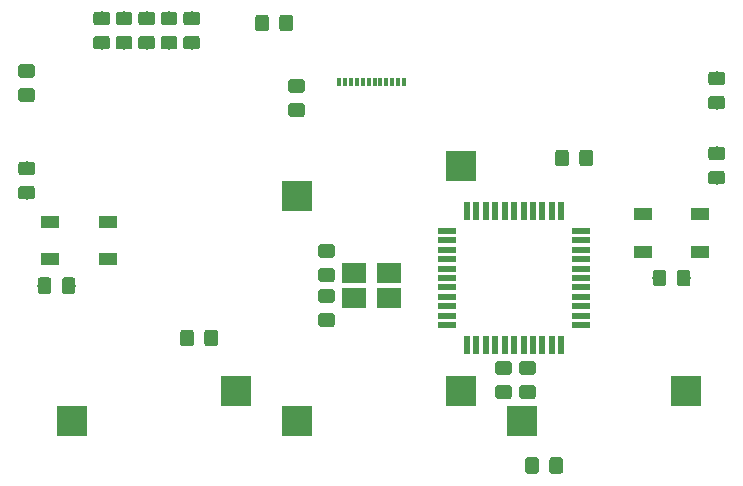
<source format=gbr>
G04 #@! TF.GenerationSoftware,KiCad,Pcbnew,5.1.2*
G04 #@! TF.CreationDate,2019-05-02T19:13:18+02:00*
G04 #@! TF.ProjectId,pcb,7063622e-6b69-4636-9164-5f7063625858,rev?*
G04 #@! TF.SameCoordinates,Original*
G04 #@! TF.FileFunction,Paste,Bot*
G04 #@! TF.FilePolarity,Positive*
%FSLAX46Y46*%
G04 Gerber Fmt 4.6, Leading zero omitted, Abs format (unit mm)*
G04 Created by KiCad (PCBNEW 5.1.2) date 2019-05-02 19:13:18*
%MOMM*%
%LPD*%
G04 APERTURE LIST*
%ADD10R,2.550000X2.500000*%
%ADD11C,0.100000*%
%ADD12C,1.150000*%
%ADD13R,2.100000X1.725000*%
%ADD14R,1.500000X0.550000*%
%ADD15R,0.550000X1.500000*%
%ADD16R,0.300000X0.700000*%
%ADD17R,1.500000X1.000000*%
G04 APERTURE END LIST*
D10*
X166310000Y-97790000D03*
X152460000Y-100330000D03*
D11*
G36*
X130014505Y-91256204D02*
G01*
X130038773Y-91259804D01*
X130062572Y-91265765D01*
X130085671Y-91274030D01*
X130107850Y-91284520D01*
X130128893Y-91297132D01*
X130148599Y-91311747D01*
X130166777Y-91328223D01*
X130183253Y-91346401D01*
X130197868Y-91366107D01*
X130210480Y-91387150D01*
X130220970Y-91409329D01*
X130229235Y-91432428D01*
X130235196Y-91456227D01*
X130238796Y-91480495D01*
X130240000Y-91504999D01*
X130240000Y-92155001D01*
X130238796Y-92179505D01*
X130235196Y-92203773D01*
X130229235Y-92227572D01*
X130220970Y-92250671D01*
X130210480Y-92272850D01*
X130197868Y-92293893D01*
X130183253Y-92313599D01*
X130166777Y-92331777D01*
X130148599Y-92348253D01*
X130128893Y-92362868D01*
X130107850Y-92375480D01*
X130085671Y-92385970D01*
X130062572Y-92394235D01*
X130038773Y-92400196D01*
X130014505Y-92403796D01*
X129990001Y-92405000D01*
X129089999Y-92405000D01*
X129065495Y-92403796D01*
X129041227Y-92400196D01*
X129017428Y-92394235D01*
X128994329Y-92385970D01*
X128972150Y-92375480D01*
X128951107Y-92362868D01*
X128931401Y-92348253D01*
X128913223Y-92331777D01*
X128896747Y-92313599D01*
X128882132Y-92293893D01*
X128869520Y-92272850D01*
X128859030Y-92250671D01*
X128850765Y-92227572D01*
X128844804Y-92203773D01*
X128841204Y-92179505D01*
X128840000Y-92155001D01*
X128840000Y-91504999D01*
X128841204Y-91480495D01*
X128844804Y-91456227D01*
X128850765Y-91432428D01*
X128859030Y-91409329D01*
X128869520Y-91387150D01*
X128882132Y-91366107D01*
X128896747Y-91346401D01*
X128913223Y-91328223D01*
X128931401Y-91311747D01*
X128951107Y-91297132D01*
X128972150Y-91284520D01*
X128994329Y-91274030D01*
X129017428Y-91265765D01*
X129041227Y-91259804D01*
X129065495Y-91256204D01*
X129089999Y-91255000D01*
X129990001Y-91255000D01*
X130014505Y-91256204D01*
X130014505Y-91256204D01*
G37*
D12*
X129540000Y-91830000D03*
D11*
G36*
X130014505Y-89206204D02*
G01*
X130038773Y-89209804D01*
X130062572Y-89215765D01*
X130085671Y-89224030D01*
X130107850Y-89234520D01*
X130128893Y-89247132D01*
X130148599Y-89261747D01*
X130166777Y-89278223D01*
X130183253Y-89296401D01*
X130197868Y-89316107D01*
X130210480Y-89337150D01*
X130220970Y-89359329D01*
X130229235Y-89382428D01*
X130235196Y-89406227D01*
X130238796Y-89430495D01*
X130240000Y-89454999D01*
X130240000Y-90105001D01*
X130238796Y-90129505D01*
X130235196Y-90153773D01*
X130229235Y-90177572D01*
X130220970Y-90200671D01*
X130210480Y-90222850D01*
X130197868Y-90243893D01*
X130183253Y-90263599D01*
X130166777Y-90281777D01*
X130148599Y-90298253D01*
X130128893Y-90312868D01*
X130107850Y-90325480D01*
X130085671Y-90335970D01*
X130062572Y-90344235D01*
X130038773Y-90350196D01*
X130014505Y-90353796D01*
X129990001Y-90355000D01*
X129089999Y-90355000D01*
X129065495Y-90353796D01*
X129041227Y-90350196D01*
X129017428Y-90344235D01*
X128994329Y-90335970D01*
X128972150Y-90325480D01*
X128951107Y-90312868D01*
X128931401Y-90298253D01*
X128913223Y-90281777D01*
X128896747Y-90263599D01*
X128882132Y-90243893D01*
X128869520Y-90222850D01*
X128859030Y-90200671D01*
X128850765Y-90177572D01*
X128844804Y-90153773D01*
X128841204Y-90129505D01*
X128840000Y-90105001D01*
X128840000Y-89454999D01*
X128841204Y-89430495D01*
X128844804Y-89406227D01*
X128850765Y-89382428D01*
X128859030Y-89359329D01*
X128869520Y-89337150D01*
X128882132Y-89316107D01*
X128896747Y-89296401D01*
X128913223Y-89278223D01*
X128931401Y-89261747D01*
X128951107Y-89247132D01*
X128972150Y-89234520D01*
X128994329Y-89224030D01*
X129017428Y-89215765D01*
X129041227Y-89209804D01*
X129065495Y-89206204D01*
X129089999Y-89205000D01*
X129990001Y-89205000D01*
X130014505Y-89206204D01*
X130014505Y-89206204D01*
G37*
D12*
X129540000Y-89780000D03*
D11*
G36*
X130014505Y-99511204D02*
G01*
X130038773Y-99514804D01*
X130062572Y-99520765D01*
X130085671Y-99529030D01*
X130107850Y-99539520D01*
X130128893Y-99552132D01*
X130148599Y-99566747D01*
X130166777Y-99583223D01*
X130183253Y-99601401D01*
X130197868Y-99621107D01*
X130210480Y-99642150D01*
X130220970Y-99664329D01*
X130229235Y-99687428D01*
X130235196Y-99711227D01*
X130238796Y-99735495D01*
X130240000Y-99759999D01*
X130240000Y-100410001D01*
X130238796Y-100434505D01*
X130235196Y-100458773D01*
X130229235Y-100482572D01*
X130220970Y-100505671D01*
X130210480Y-100527850D01*
X130197868Y-100548893D01*
X130183253Y-100568599D01*
X130166777Y-100586777D01*
X130148599Y-100603253D01*
X130128893Y-100617868D01*
X130107850Y-100630480D01*
X130085671Y-100640970D01*
X130062572Y-100649235D01*
X130038773Y-100655196D01*
X130014505Y-100658796D01*
X129990001Y-100660000D01*
X129089999Y-100660000D01*
X129065495Y-100658796D01*
X129041227Y-100655196D01*
X129017428Y-100649235D01*
X128994329Y-100640970D01*
X128972150Y-100630480D01*
X128951107Y-100617868D01*
X128931401Y-100603253D01*
X128913223Y-100586777D01*
X128896747Y-100568599D01*
X128882132Y-100548893D01*
X128869520Y-100527850D01*
X128859030Y-100505671D01*
X128850765Y-100482572D01*
X128844804Y-100458773D01*
X128841204Y-100434505D01*
X128840000Y-100410001D01*
X128840000Y-99759999D01*
X128841204Y-99735495D01*
X128844804Y-99711227D01*
X128850765Y-99687428D01*
X128859030Y-99664329D01*
X128869520Y-99642150D01*
X128882132Y-99621107D01*
X128896747Y-99601401D01*
X128913223Y-99583223D01*
X128931401Y-99566747D01*
X128951107Y-99552132D01*
X128972150Y-99539520D01*
X128994329Y-99529030D01*
X129017428Y-99520765D01*
X129041227Y-99514804D01*
X129065495Y-99511204D01*
X129089999Y-99510000D01*
X129990001Y-99510000D01*
X130014505Y-99511204D01*
X130014505Y-99511204D01*
G37*
D12*
X129540000Y-100085000D03*
D11*
G36*
X130014505Y-97461204D02*
G01*
X130038773Y-97464804D01*
X130062572Y-97470765D01*
X130085671Y-97479030D01*
X130107850Y-97489520D01*
X130128893Y-97502132D01*
X130148599Y-97516747D01*
X130166777Y-97533223D01*
X130183253Y-97551401D01*
X130197868Y-97571107D01*
X130210480Y-97592150D01*
X130220970Y-97614329D01*
X130229235Y-97637428D01*
X130235196Y-97661227D01*
X130238796Y-97685495D01*
X130240000Y-97709999D01*
X130240000Y-98360001D01*
X130238796Y-98384505D01*
X130235196Y-98408773D01*
X130229235Y-98432572D01*
X130220970Y-98455671D01*
X130210480Y-98477850D01*
X130197868Y-98498893D01*
X130183253Y-98518599D01*
X130166777Y-98536777D01*
X130148599Y-98553253D01*
X130128893Y-98567868D01*
X130107850Y-98580480D01*
X130085671Y-98590970D01*
X130062572Y-98599235D01*
X130038773Y-98605196D01*
X130014505Y-98608796D01*
X129990001Y-98610000D01*
X129089999Y-98610000D01*
X129065495Y-98608796D01*
X129041227Y-98605196D01*
X129017428Y-98599235D01*
X128994329Y-98590970D01*
X128972150Y-98580480D01*
X128951107Y-98567868D01*
X128931401Y-98553253D01*
X128913223Y-98536777D01*
X128896747Y-98518599D01*
X128882132Y-98498893D01*
X128869520Y-98477850D01*
X128859030Y-98455671D01*
X128850765Y-98432572D01*
X128844804Y-98408773D01*
X128841204Y-98384505D01*
X128840000Y-98360001D01*
X128840000Y-97709999D01*
X128841204Y-97685495D01*
X128844804Y-97661227D01*
X128850765Y-97637428D01*
X128859030Y-97614329D01*
X128869520Y-97592150D01*
X128882132Y-97571107D01*
X128896747Y-97551401D01*
X128913223Y-97533223D01*
X128931401Y-97516747D01*
X128951107Y-97502132D01*
X128972150Y-97489520D01*
X128994329Y-97479030D01*
X129017428Y-97470765D01*
X129041227Y-97464804D01*
X129065495Y-97461204D01*
X129089999Y-97460000D01*
X129990001Y-97460000D01*
X130014505Y-97461204D01*
X130014505Y-97461204D01*
G37*
D12*
X129540000Y-98035000D03*
D11*
G36*
X188434505Y-96191204D02*
G01*
X188458773Y-96194804D01*
X188482572Y-96200765D01*
X188505671Y-96209030D01*
X188527850Y-96219520D01*
X188548893Y-96232132D01*
X188568599Y-96246747D01*
X188586777Y-96263223D01*
X188603253Y-96281401D01*
X188617868Y-96301107D01*
X188630480Y-96322150D01*
X188640970Y-96344329D01*
X188649235Y-96367428D01*
X188655196Y-96391227D01*
X188658796Y-96415495D01*
X188660000Y-96439999D01*
X188660000Y-97090001D01*
X188658796Y-97114505D01*
X188655196Y-97138773D01*
X188649235Y-97162572D01*
X188640970Y-97185671D01*
X188630480Y-97207850D01*
X188617868Y-97228893D01*
X188603253Y-97248599D01*
X188586777Y-97266777D01*
X188568599Y-97283253D01*
X188548893Y-97297868D01*
X188527850Y-97310480D01*
X188505671Y-97320970D01*
X188482572Y-97329235D01*
X188458773Y-97335196D01*
X188434505Y-97338796D01*
X188410001Y-97340000D01*
X187509999Y-97340000D01*
X187485495Y-97338796D01*
X187461227Y-97335196D01*
X187437428Y-97329235D01*
X187414329Y-97320970D01*
X187392150Y-97310480D01*
X187371107Y-97297868D01*
X187351401Y-97283253D01*
X187333223Y-97266777D01*
X187316747Y-97248599D01*
X187302132Y-97228893D01*
X187289520Y-97207850D01*
X187279030Y-97185671D01*
X187270765Y-97162572D01*
X187264804Y-97138773D01*
X187261204Y-97114505D01*
X187260000Y-97090001D01*
X187260000Y-96439999D01*
X187261204Y-96415495D01*
X187264804Y-96391227D01*
X187270765Y-96367428D01*
X187279030Y-96344329D01*
X187289520Y-96322150D01*
X187302132Y-96301107D01*
X187316747Y-96281401D01*
X187333223Y-96263223D01*
X187351401Y-96246747D01*
X187371107Y-96232132D01*
X187392150Y-96219520D01*
X187414329Y-96209030D01*
X187437428Y-96200765D01*
X187461227Y-96194804D01*
X187485495Y-96191204D01*
X187509999Y-96190000D01*
X188410001Y-96190000D01*
X188434505Y-96191204D01*
X188434505Y-96191204D01*
G37*
D12*
X187960000Y-96765000D03*
D11*
G36*
X188434505Y-98241204D02*
G01*
X188458773Y-98244804D01*
X188482572Y-98250765D01*
X188505671Y-98259030D01*
X188527850Y-98269520D01*
X188548893Y-98282132D01*
X188568599Y-98296747D01*
X188586777Y-98313223D01*
X188603253Y-98331401D01*
X188617868Y-98351107D01*
X188630480Y-98372150D01*
X188640970Y-98394329D01*
X188649235Y-98417428D01*
X188655196Y-98441227D01*
X188658796Y-98465495D01*
X188660000Y-98489999D01*
X188660000Y-99140001D01*
X188658796Y-99164505D01*
X188655196Y-99188773D01*
X188649235Y-99212572D01*
X188640970Y-99235671D01*
X188630480Y-99257850D01*
X188617868Y-99278893D01*
X188603253Y-99298599D01*
X188586777Y-99316777D01*
X188568599Y-99333253D01*
X188548893Y-99347868D01*
X188527850Y-99360480D01*
X188505671Y-99370970D01*
X188482572Y-99379235D01*
X188458773Y-99385196D01*
X188434505Y-99388796D01*
X188410001Y-99390000D01*
X187509999Y-99390000D01*
X187485495Y-99388796D01*
X187461227Y-99385196D01*
X187437428Y-99379235D01*
X187414329Y-99370970D01*
X187392150Y-99360480D01*
X187371107Y-99347868D01*
X187351401Y-99333253D01*
X187333223Y-99316777D01*
X187316747Y-99298599D01*
X187302132Y-99278893D01*
X187289520Y-99257850D01*
X187279030Y-99235671D01*
X187270765Y-99212572D01*
X187264804Y-99188773D01*
X187261204Y-99164505D01*
X187260000Y-99140001D01*
X187260000Y-98489999D01*
X187261204Y-98465495D01*
X187264804Y-98441227D01*
X187270765Y-98417428D01*
X187279030Y-98394329D01*
X187289520Y-98372150D01*
X187302132Y-98351107D01*
X187316747Y-98331401D01*
X187333223Y-98313223D01*
X187351401Y-98296747D01*
X187371107Y-98282132D01*
X187392150Y-98269520D01*
X187414329Y-98259030D01*
X187437428Y-98250765D01*
X187461227Y-98244804D01*
X187485495Y-98241204D01*
X187509999Y-98240000D01*
X188410001Y-98240000D01*
X188434505Y-98241204D01*
X188434505Y-98241204D01*
G37*
D12*
X187960000Y-98815000D03*
D11*
G36*
X188434505Y-91891204D02*
G01*
X188458773Y-91894804D01*
X188482572Y-91900765D01*
X188505671Y-91909030D01*
X188527850Y-91919520D01*
X188548893Y-91932132D01*
X188568599Y-91946747D01*
X188586777Y-91963223D01*
X188603253Y-91981401D01*
X188617868Y-92001107D01*
X188630480Y-92022150D01*
X188640970Y-92044329D01*
X188649235Y-92067428D01*
X188655196Y-92091227D01*
X188658796Y-92115495D01*
X188660000Y-92139999D01*
X188660000Y-92790001D01*
X188658796Y-92814505D01*
X188655196Y-92838773D01*
X188649235Y-92862572D01*
X188640970Y-92885671D01*
X188630480Y-92907850D01*
X188617868Y-92928893D01*
X188603253Y-92948599D01*
X188586777Y-92966777D01*
X188568599Y-92983253D01*
X188548893Y-92997868D01*
X188527850Y-93010480D01*
X188505671Y-93020970D01*
X188482572Y-93029235D01*
X188458773Y-93035196D01*
X188434505Y-93038796D01*
X188410001Y-93040000D01*
X187509999Y-93040000D01*
X187485495Y-93038796D01*
X187461227Y-93035196D01*
X187437428Y-93029235D01*
X187414329Y-93020970D01*
X187392150Y-93010480D01*
X187371107Y-92997868D01*
X187351401Y-92983253D01*
X187333223Y-92966777D01*
X187316747Y-92948599D01*
X187302132Y-92928893D01*
X187289520Y-92907850D01*
X187279030Y-92885671D01*
X187270765Y-92862572D01*
X187264804Y-92838773D01*
X187261204Y-92814505D01*
X187260000Y-92790001D01*
X187260000Y-92139999D01*
X187261204Y-92115495D01*
X187264804Y-92091227D01*
X187270765Y-92067428D01*
X187279030Y-92044329D01*
X187289520Y-92022150D01*
X187302132Y-92001107D01*
X187316747Y-91981401D01*
X187333223Y-91963223D01*
X187351401Y-91946747D01*
X187371107Y-91932132D01*
X187392150Y-91919520D01*
X187414329Y-91909030D01*
X187437428Y-91900765D01*
X187461227Y-91894804D01*
X187485495Y-91891204D01*
X187509999Y-91890000D01*
X188410001Y-91890000D01*
X188434505Y-91891204D01*
X188434505Y-91891204D01*
G37*
D12*
X187960000Y-92465000D03*
D11*
G36*
X188434505Y-89841204D02*
G01*
X188458773Y-89844804D01*
X188482572Y-89850765D01*
X188505671Y-89859030D01*
X188527850Y-89869520D01*
X188548893Y-89882132D01*
X188568599Y-89896747D01*
X188586777Y-89913223D01*
X188603253Y-89931401D01*
X188617868Y-89951107D01*
X188630480Y-89972150D01*
X188640970Y-89994329D01*
X188649235Y-90017428D01*
X188655196Y-90041227D01*
X188658796Y-90065495D01*
X188660000Y-90089999D01*
X188660000Y-90740001D01*
X188658796Y-90764505D01*
X188655196Y-90788773D01*
X188649235Y-90812572D01*
X188640970Y-90835671D01*
X188630480Y-90857850D01*
X188617868Y-90878893D01*
X188603253Y-90898599D01*
X188586777Y-90916777D01*
X188568599Y-90933253D01*
X188548893Y-90947868D01*
X188527850Y-90960480D01*
X188505671Y-90970970D01*
X188482572Y-90979235D01*
X188458773Y-90985196D01*
X188434505Y-90988796D01*
X188410001Y-90990000D01*
X187509999Y-90990000D01*
X187485495Y-90988796D01*
X187461227Y-90985196D01*
X187437428Y-90979235D01*
X187414329Y-90970970D01*
X187392150Y-90960480D01*
X187371107Y-90947868D01*
X187351401Y-90933253D01*
X187333223Y-90916777D01*
X187316747Y-90898599D01*
X187302132Y-90878893D01*
X187289520Y-90857850D01*
X187279030Y-90835671D01*
X187270765Y-90812572D01*
X187264804Y-90788773D01*
X187261204Y-90764505D01*
X187260000Y-90740001D01*
X187260000Y-90089999D01*
X187261204Y-90065495D01*
X187264804Y-90041227D01*
X187270765Y-90017428D01*
X187279030Y-89994329D01*
X187289520Y-89972150D01*
X187302132Y-89951107D01*
X187316747Y-89931401D01*
X187333223Y-89913223D01*
X187351401Y-89896747D01*
X187371107Y-89882132D01*
X187392150Y-89869520D01*
X187414329Y-89859030D01*
X187437428Y-89850765D01*
X187461227Y-89844804D01*
X187485495Y-89841204D01*
X187509999Y-89840000D01*
X188410001Y-89840000D01*
X188434505Y-89841204D01*
X188434505Y-89841204D01*
G37*
D12*
X187960000Y-90415000D03*
D13*
X157300000Y-109037500D03*
X160200000Y-109037500D03*
X160200000Y-106862500D03*
X157300000Y-106862500D03*
D14*
X176515000Y-111315000D03*
X176515000Y-110515000D03*
X176515000Y-109715000D03*
X176515000Y-108915000D03*
X176515000Y-108115000D03*
X176515000Y-107315000D03*
X176515000Y-106515000D03*
X176515000Y-105715000D03*
X176515000Y-104915000D03*
X176515000Y-104115000D03*
X176515000Y-103315000D03*
D15*
X174815000Y-101615000D03*
X174015000Y-101615000D03*
X173215000Y-101615000D03*
X172415000Y-101615000D03*
X171615000Y-101615000D03*
X170815000Y-101615000D03*
X170015000Y-101615000D03*
X169215000Y-101615000D03*
X168415000Y-101615000D03*
X167615000Y-101615000D03*
X166815000Y-101615000D03*
D14*
X165115000Y-103315000D03*
X165115000Y-104115000D03*
X165115000Y-104915000D03*
X165115000Y-105715000D03*
X165115000Y-106515000D03*
X165115000Y-107315000D03*
X165115000Y-108115000D03*
X165115000Y-108915000D03*
X165115000Y-109715000D03*
X165115000Y-110515000D03*
X165115000Y-111315000D03*
D15*
X166815000Y-113015000D03*
X167615000Y-113015000D03*
X168415000Y-113015000D03*
X169215000Y-113015000D03*
X170015000Y-113015000D03*
X170815000Y-113015000D03*
X171615000Y-113015000D03*
X172415000Y-113015000D03*
X173215000Y-113015000D03*
X174015000Y-113015000D03*
X174815000Y-113015000D03*
D10*
X147260000Y-116840000D03*
X133410000Y-119380000D03*
X166310000Y-116840000D03*
X152460000Y-119380000D03*
X185360000Y-116840000D03*
X171510000Y-119380000D03*
D11*
G36*
X175219505Y-96456204D02*
G01*
X175243773Y-96459804D01*
X175267572Y-96465765D01*
X175290671Y-96474030D01*
X175312850Y-96484520D01*
X175333893Y-96497132D01*
X175353599Y-96511747D01*
X175371777Y-96528223D01*
X175388253Y-96546401D01*
X175402868Y-96566107D01*
X175415480Y-96587150D01*
X175425970Y-96609329D01*
X175434235Y-96632428D01*
X175440196Y-96656227D01*
X175443796Y-96680495D01*
X175445000Y-96704999D01*
X175445000Y-97605001D01*
X175443796Y-97629505D01*
X175440196Y-97653773D01*
X175434235Y-97677572D01*
X175425970Y-97700671D01*
X175415480Y-97722850D01*
X175402868Y-97743893D01*
X175388253Y-97763599D01*
X175371777Y-97781777D01*
X175353599Y-97798253D01*
X175333893Y-97812868D01*
X175312850Y-97825480D01*
X175290671Y-97835970D01*
X175267572Y-97844235D01*
X175243773Y-97850196D01*
X175219505Y-97853796D01*
X175195001Y-97855000D01*
X174544999Y-97855000D01*
X174520495Y-97853796D01*
X174496227Y-97850196D01*
X174472428Y-97844235D01*
X174449329Y-97835970D01*
X174427150Y-97825480D01*
X174406107Y-97812868D01*
X174386401Y-97798253D01*
X174368223Y-97781777D01*
X174351747Y-97763599D01*
X174337132Y-97743893D01*
X174324520Y-97722850D01*
X174314030Y-97700671D01*
X174305765Y-97677572D01*
X174299804Y-97653773D01*
X174296204Y-97629505D01*
X174295000Y-97605001D01*
X174295000Y-96704999D01*
X174296204Y-96680495D01*
X174299804Y-96656227D01*
X174305765Y-96632428D01*
X174314030Y-96609329D01*
X174324520Y-96587150D01*
X174337132Y-96566107D01*
X174351747Y-96546401D01*
X174368223Y-96528223D01*
X174386401Y-96511747D01*
X174406107Y-96497132D01*
X174427150Y-96484520D01*
X174449329Y-96474030D01*
X174472428Y-96465765D01*
X174496227Y-96459804D01*
X174520495Y-96456204D01*
X174544999Y-96455000D01*
X175195001Y-96455000D01*
X175219505Y-96456204D01*
X175219505Y-96456204D01*
G37*
D12*
X174870000Y-97155000D03*
D11*
G36*
X177269505Y-96456204D02*
G01*
X177293773Y-96459804D01*
X177317572Y-96465765D01*
X177340671Y-96474030D01*
X177362850Y-96484520D01*
X177383893Y-96497132D01*
X177403599Y-96511747D01*
X177421777Y-96528223D01*
X177438253Y-96546401D01*
X177452868Y-96566107D01*
X177465480Y-96587150D01*
X177475970Y-96609329D01*
X177484235Y-96632428D01*
X177490196Y-96656227D01*
X177493796Y-96680495D01*
X177495000Y-96704999D01*
X177495000Y-97605001D01*
X177493796Y-97629505D01*
X177490196Y-97653773D01*
X177484235Y-97677572D01*
X177475970Y-97700671D01*
X177465480Y-97722850D01*
X177452868Y-97743893D01*
X177438253Y-97763599D01*
X177421777Y-97781777D01*
X177403599Y-97798253D01*
X177383893Y-97812868D01*
X177362850Y-97825480D01*
X177340671Y-97835970D01*
X177317572Y-97844235D01*
X177293773Y-97850196D01*
X177269505Y-97853796D01*
X177245001Y-97855000D01*
X176594999Y-97855000D01*
X176570495Y-97853796D01*
X176546227Y-97850196D01*
X176522428Y-97844235D01*
X176499329Y-97835970D01*
X176477150Y-97825480D01*
X176456107Y-97812868D01*
X176436401Y-97798253D01*
X176418223Y-97781777D01*
X176401747Y-97763599D01*
X176387132Y-97743893D01*
X176374520Y-97722850D01*
X176364030Y-97700671D01*
X176355765Y-97677572D01*
X176349804Y-97653773D01*
X176346204Y-97629505D01*
X176345000Y-97605001D01*
X176345000Y-96704999D01*
X176346204Y-96680495D01*
X176349804Y-96656227D01*
X176355765Y-96632428D01*
X176364030Y-96609329D01*
X176374520Y-96587150D01*
X176387132Y-96566107D01*
X176401747Y-96546401D01*
X176418223Y-96528223D01*
X176436401Y-96511747D01*
X176456107Y-96497132D01*
X176477150Y-96484520D01*
X176499329Y-96474030D01*
X176522428Y-96465765D01*
X176546227Y-96459804D01*
X176570495Y-96456204D01*
X176594999Y-96455000D01*
X177245001Y-96455000D01*
X177269505Y-96456204D01*
X177269505Y-96456204D01*
G37*
D12*
X176920000Y-97155000D03*
D11*
G36*
X172679505Y-122491204D02*
G01*
X172703773Y-122494804D01*
X172727572Y-122500765D01*
X172750671Y-122509030D01*
X172772850Y-122519520D01*
X172793893Y-122532132D01*
X172813599Y-122546747D01*
X172831777Y-122563223D01*
X172848253Y-122581401D01*
X172862868Y-122601107D01*
X172875480Y-122622150D01*
X172885970Y-122644329D01*
X172894235Y-122667428D01*
X172900196Y-122691227D01*
X172903796Y-122715495D01*
X172905000Y-122739999D01*
X172905000Y-123640001D01*
X172903796Y-123664505D01*
X172900196Y-123688773D01*
X172894235Y-123712572D01*
X172885970Y-123735671D01*
X172875480Y-123757850D01*
X172862868Y-123778893D01*
X172848253Y-123798599D01*
X172831777Y-123816777D01*
X172813599Y-123833253D01*
X172793893Y-123847868D01*
X172772850Y-123860480D01*
X172750671Y-123870970D01*
X172727572Y-123879235D01*
X172703773Y-123885196D01*
X172679505Y-123888796D01*
X172655001Y-123890000D01*
X172004999Y-123890000D01*
X171980495Y-123888796D01*
X171956227Y-123885196D01*
X171932428Y-123879235D01*
X171909329Y-123870970D01*
X171887150Y-123860480D01*
X171866107Y-123847868D01*
X171846401Y-123833253D01*
X171828223Y-123816777D01*
X171811747Y-123798599D01*
X171797132Y-123778893D01*
X171784520Y-123757850D01*
X171774030Y-123735671D01*
X171765765Y-123712572D01*
X171759804Y-123688773D01*
X171756204Y-123664505D01*
X171755000Y-123640001D01*
X171755000Y-122739999D01*
X171756204Y-122715495D01*
X171759804Y-122691227D01*
X171765765Y-122667428D01*
X171774030Y-122644329D01*
X171784520Y-122622150D01*
X171797132Y-122601107D01*
X171811747Y-122581401D01*
X171828223Y-122563223D01*
X171846401Y-122546747D01*
X171866107Y-122532132D01*
X171887150Y-122519520D01*
X171909329Y-122509030D01*
X171932428Y-122500765D01*
X171956227Y-122494804D01*
X171980495Y-122491204D01*
X172004999Y-122490000D01*
X172655001Y-122490000D01*
X172679505Y-122491204D01*
X172679505Y-122491204D01*
G37*
D12*
X172330000Y-123190000D03*
D11*
G36*
X174729505Y-122491204D02*
G01*
X174753773Y-122494804D01*
X174777572Y-122500765D01*
X174800671Y-122509030D01*
X174822850Y-122519520D01*
X174843893Y-122532132D01*
X174863599Y-122546747D01*
X174881777Y-122563223D01*
X174898253Y-122581401D01*
X174912868Y-122601107D01*
X174925480Y-122622150D01*
X174935970Y-122644329D01*
X174944235Y-122667428D01*
X174950196Y-122691227D01*
X174953796Y-122715495D01*
X174955000Y-122739999D01*
X174955000Y-123640001D01*
X174953796Y-123664505D01*
X174950196Y-123688773D01*
X174944235Y-123712572D01*
X174935970Y-123735671D01*
X174925480Y-123757850D01*
X174912868Y-123778893D01*
X174898253Y-123798599D01*
X174881777Y-123816777D01*
X174863599Y-123833253D01*
X174843893Y-123847868D01*
X174822850Y-123860480D01*
X174800671Y-123870970D01*
X174777572Y-123879235D01*
X174753773Y-123885196D01*
X174729505Y-123888796D01*
X174705001Y-123890000D01*
X174054999Y-123890000D01*
X174030495Y-123888796D01*
X174006227Y-123885196D01*
X173982428Y-123879235D01*
X173959329Y-123870970D01*
X173937150Y-123860480D01*
X173916107Y-123847868D01*
X173896401Y-123833253D01*
X173878223Y-123816777D01*
X173861747Y-123798599D01*
X173847132Y-123778893D01*
X173834520Y-123757850D01*
X173824030Y-123735671D01*
X173815765Y-123712572D01*
X173809804Y-123688773D01*
X173806204Y-123664505D01*
X173805000Y-123640001D01*
X173805000Y-122739999D01*
X173806204Y-122715495D01*
X173809804Y-122691227D01*
X173815765Y-122667428D01*
X173824030Y-122644329D01*
X173834520Y-122622150D01*
X173847132Y-122601107D01*
X173861747Y-122581401D01*
X173878223Y-122563223D01*
X173896401Y-122546747D01*
X173916107Y-122532132D01*
X173937150Y-122519520D01*
X173959329Y-122509030D01*
X173982428Y-122500765D01*
X174006227Y-122494804D01*
X174030495Y-122491204D01*
X174054999Y-122490000D01*
X174705001Y-122490000D01*
X174729505Y-122491204D01*
X174729505Y-122491204D01*
G37*
D12*
X174380000Y-123190000D03*
D11*
G36*
X172432505Y-116402204D02*
G01*
X172456773Y-116405804D01*
X172480572Y-116411765D01*
X172503671Y-116420030D01*
X172525850Y-116430520D01*
X172546893Y-116443132D01*
X172566599Y-116457747D01*
X172584777Y-116474223D01*
X172601253Y-116492401D01*
X172615868Y-116512107D01*
X172628480Y-116533150D01*
X172638970Y-116555329D01*
X172647235Y-116578428D01*
X172653196Y-116602227D01*
X172656796Y-116626495D01*
X172658000Y-116650999D01*
X172658000Y-117301001D01*
X172656796Y-117325505D01*
X172653196Y-117349773D01*
X172647235Y-117373572D01*
X172638970Y-117396671D01*
X172628480Y-117418850D01*
X172615868Y-117439893D01*
X172601253Y-117459599D01*
X172584777Y-117477777D01*
X172566599Y-117494253D01*
X172546893Y-117508868D01*
X172525850Y-117521480D01*
X172503671Y-117531970D01*
X172480572Y-117540235D01*
X172456773Y-117546196D01*
X172432505Y-117549796D01*
X172408001Y-117551000D01*
X171507999Y-117551000D01*
X171483495Y-117549796D01*
X171459227Y-117546196D01*
X171435428Y-117540235D01*
X171412329Y-117531970D01*
X171390150Y-117521480D01*
X171369107Y-117508868D01*
X171349401Y-117494253D01*
X171331223Y-117477777D01*
X171314747Y-117459599D01*
X171300132Y-117439893D01*
X171287520Y-117418850D01*
X171277030Y-117396671D01*
X171268765Y-117373572D01*
X171262804Y-117349773D01*
X171259204Y-117325505D01*
X171258000Y-117301001D01*
X171258000Y-116650999D01*
X171259204Y-116626495D01*
X171262804Y-116602227D01*
X171268765Y-116578428D01*
X171277030Y-116555329D01*
X171287520Y-116533150D01*
X171300132Y-116512107D01*
X171314747Y-116492401D01*
X171331223Y-116474223D01*
X171349401Y-116457747D01*
X171369107Y-116443132D01*
X171390150Y-116430520D01*
X171412329Y-116420030D01*
X171435428Y-116411765D01*
X171459227Y-116405804D01*
X171483495Y-116402204D01*
X171507999Y-116401000D01*
X172408001Y-116401000D01*
X172432505Y-116402204D01*
X172432505Y-116402204D01*
G37*
D12*
X171958000Y-116976000D03*
D11*
G36*
X172432505Y-114352204D02*
G01*
X172456773Y-114355804D01*
X172480572Y-114361765D01*
X172503671Y-114370030D01*
X172525850Y-114380520D01*
X172546893Y-114393132D01*
X172566599Y-114407747D01*
X172584777Y-114424223D01*
X172601253Y-114442401D01*
X172615868Y-114462107D01*
X172628480Y-114483150D01*
X172638970Y-114505329D01*
X172647235Y-114528428D01*
X172653196Y-114552227D01*
X172656796Y-114576495D01*
X172658000Y-114600999D01*
X172658000Y-115251001D01*
X172656796Y-115275505D01*
X172653196Y-115299773D01*
X172647235Y-115323572D01*
X172638970Y-115346671D01*
X172628480Y-115368850D01*
X172615868Y-115389893D01*
X172601253Y-115409599D01*
X172584777Y-115427777D01*
X172566599Y-115444253D01*
X172546893Y-115458868D01*
X172525850Y-115471480D01*
X172503671Y-115481970D01*
X172480572Y-115490235D01*
X172456773Y-115496196D01*
X172432505Y-115499796D01*
X172408001Y-115501000D01*
X171507999Y-115501000D01*
X171483495Y-115499796D01*
X171459227Y-115496196D01*
X171435428Y-115490235D01*
X171412329Y-115481970D01*
X171390150Y-115471480D01*
X171369107Y-115458868D01*
X171349401Y-115444253D01*
X171331223Y-115427777D01*
X171314747Y-115409599D01*
X171300132Y-115389893D01*
X171287520Y-115368850D01*
X171277030Y-115346671D01*
X171268765Y-115323572D01*
X171262804Y-115299773D01*
X171259204Y-115275505D01*
X171258000Y-115251001D01*
X171258000Y-114600999D01*
X171259204Y-114576495D01*
X171262804Y-114552227D01*
X171268765Y-114528428D01*
X171277030Y-114505329D01*
X171287520Y-114483150D01*
X171300132Y-114462107D01*
X171314747Y-114442401D01*
X171331223Y-114424223D01*
X171349401Y-114407747D01*
X171369107Y-114393132D01*
X171390150Y-114380520D01*
X171412329Y-114370030D01*
X171435428Y-114361765D01*
X171459227Y-114355804D01*
X171483495Y-114352204D01*
X171507999Y-114351000D01*
X172408001Y-114351000D01*
X172432505Y-114352204D01*
X172432505Y-114352204D01*
G37*
D12*
X171958000Y-114926000D03*
D11*
G36*
X152874505Y-92526204D02*
G01*
X152898773Y-92529804D01*
X152922572Y-92535765D01*
X152945671Y-92544030D01*
X152967850Y-92554520D01*
X152988893Y-92567132D01*
X153008599Y-92581747D01*
X153026777Y-92598223D01*
X153043253Y-92616401D01*
X153057868Y-92636107D01*
X153070480Y-92657150D01*
X153080970Y-92679329D01*
X153089235Y-92702428D01*
X153095196Y-92726227D01*
X153098796Y-92750495D01*
X153100000Y-92774999D01*
X153100000Y-93425001D01*
X153098796Y-93449505D01*
X153095196Y-93473773D01*
X153089235Y-93497572D01*
X153080970Y-93520671D01*
X153070480Y-93542850D01*
X153057868Y-93563893D01*
X153043253Y-93583599D01*
X153026777Y-93601777D01*
X153008599Y-93618253D01*
X152988893Y-93632868D01*
X152967850Y-93645480D01*
X152945671Y-93655970D01*
X152922572Y-93664235D01*
X152898773Y-93670196D01*
X152874505Y-93673796D01*
X152850001Y-93675000D01*
X151949999Y-93675000D01*
X151925495Y-93673796D01*
X151901227Y-93670196D01*
X151877428Y-93664235D01*
X151854329Y-93655970D01*
X151832150Y-93645480D01*
X151811107Y-93632868D01*
X151791401Y-93618253D01*
X151773223Y-93601777D01*
X151756747Y-93583599D01*
X151742132Y-93563893D01*
X151729520Y-93542850D01*
X151719030Y-93520671D01*
X151710765Y-93497572D01*
X151704804Y-93473773D01*
X151701204Y-93449505D01*
X151700000Y-93425001D01*
X151700000Y-92774999D01*
X151701204Y-92750495D01*
X151704804Y-92726227D01*
X151710765Y-92702428D01*
X151719030Y-92679329D01*
X151729520Y-92657150D01*
X151742132Y-92636107D01*
X151756747Y-92616401D01*
X151773223Y-92598223D01*
X151791401Y-92581747D01*
X151811107Y-92567132D01*
X151832150Y-92554520D01*
X151854329Y-92544030D01*
X151877428Y-92535765D01*
X151901227Y-92529804D01*
X151925495Y-92526204D01*
X151949999Y-92525000D01*
X152850001Y-92525000D01*
X152874505Y-92526204D01*
X152874505Y-92526204D01*
G37*
D12*
X152400000Y-93100000D03*
D11*
G36*
X152874505Y-90476204D02*
G01*
X152898773Y-90479804D01*
X152922572Y-90485765D01*
X152945671Y-90494030D01*
X152967850Y-90504520D01*
X152988893Y-90517132D01*
X153008599Y-90531747D01*
X153026777Y-90548223D01*
X153043253Y-90566401D01*
X153057868Y-90586107D01*
X153070480Y-90607150D01*
X153080970Y-90629329D01*
X153089235Y-90652428D01*
X153095196Y-90676227D01*
X153098796Y-90700495D01*
X153100000Y-90724999D01*
X153100000Y-91375001D01*
X153098796Y-91399505D01*
X153095196Y-91423773D01*
X153089235Y-91447572D01*
X153080970Y-91470671D01*
X153070480Y-91492850D01*
X153057868Y-91513893D01*
X153043253Y-91533599D01*
X153026777Y-91551777D01*
X153008599Y-91568253D01*
X152988893Y-91582868D01*
X152967850Y-91595480D01*
X152945671Y-91605970D01*
X152922572Y-91614235D01*
X152898773Y-91620196D01*
X152874505Y-91623796D01*
X152850001Y-91625000D01*
X151949999Y-91625000D01*
X151925495Y-91623796D01*
X151901227Y-91620196D01*
X151877428Y-91614235D01*
X151854329Y-91605970D01*
X151832150Y-91595480D01*
X151811107Y-91582868D01*
X151791401Y-91568253D01*
X151773223Y-91551777D01*
X151756747Y-91533599D01*
X151742132Y-91513893D01*
X151729520Y-91492850D01*
X151719030Y-91470671D01*
X151710765Y-91447572D01*
X151704804Y-91423773D01*
X151701204Y-91399505D01*
X151700000Y-91375001D01*
X151700000Y-90724999D01*
X151701204Y-90700495D01*
X151704804Y-90676227D01*
X151710765Y-90652428D01*
X151719030Y-90629329D01*
X151729520Y-90607150D01*
X151742132Y-90586107D01*
X151756747Y-90566401D01*
X151773223Y-90548223D01*
X151791401Y-90531747D01*
X151811107Y-90517132D01*
X151832150Y-90504520D01*
X151854329Y-90494030D01*
X151877428Y-90485765D01*
X151901227Y-90479804D01*
X151925495Y-90476204D01*
X151949999Y-90475000D01*
X152850001Y-90475000D01*
X152874505Y-90476204D01*
X152874505Y-90476204D01*
G37*
D12*
X152400000Y-91050000D03*
D11*
G36*
X143469505Y-111696204D02*
G01*
X143493773Y-111699804D01*
X143517572Y-111705765D01*
X143540671Y-111714030D01*
X143562850Y-111724520D01*
X143583893Y-111737132D01*
X143603599Y-111751747D01*
X143621777Y-111768223D01*
X143638253Y-111786401D01*
X143652868Y-111806107D01*
X143665480Y-111827150D01*
X143675970Y-111849329D01*
X143684235Y-111872428D01*
X143690196Y-111896227D01*
X143693796Y-111920495D01*
X143695000Y-111944999D01*
X143695000Y-112845001D01*
X143693796Y-112869505D01*
X143690196Y-112893773D01*
X143684235Y-112917572D01*
X143675970Y-112940671D01*
X143665480Y-112962850D01*
X143652868Y-112983893D01*
X143638253Y-113003599D01*
X143621777Y-113021777D01*
X143603599Y-113038253D01*
X143583893Y-113052868D01*
X143562850Y-113065480D01*
X143540671Y-113075970D01*
X143517572Y-113084235D01*
X143493773Y-113090196D01*
X143469505Y-113093796D01*
X143445001Y-113095000D01*
X142794999Y-113095000D01*
X142770495Y-113093796D01*
X142746227Y-113090196D01*
X142722428Y-113084235D01*
X142699329Y-113075970D01*
X142677150Y-113065480D01*
X142656107Y-113052868D01*
X142636401Y-113038253D01*
X142618223Y-113021777D01*
X142601747Y-113003599D01*
X142587132Y-112983893D01*
X142574520Y-112962850D01*
X142564030Y-112940671D01*
X142555765Y-112917572D01*
X142549804Y-112893773D01*
X142546204Y-112869505D01*
X142545000Y-112845001D01*
X142545000Y-111944999D01*
X142546204Y-111920495D01*
X142549804Y-111896227D01*
X142555765Y-111872428D01*
X142564030Y-111849329D01*
X142574520Y-111827150D01*
X142587132Y-111806107D01*
X142601747Y-111786401D01*
X142618223Y-111768223D01*
X142636401Y-111751747D01*
X142656107Y-111737132D01*
X142677150Y-111724520D01*
X142699329Y-111714030D01*
X142722428Y-111705765D01*
X142746227Y-111699804D01*
X142770495Y-111696204D01*
X142794999Y-111695000D01*
X143445001Y-111695000D01*
X143469505Y-111696204D01*
X143469505Y-111696204D01*
G37*
D12*
X143120000Y-112395000D03*
D11*
G36*
X145519505Y-111696204D02*
G01*
X145543773Y-111699804D01*
X145567572Y-111705765D01*
X145590671Y-111714030D01*
X145612850Y-111724520D01*
X145633893Y-111737132D01*
X145653599Y-111751747D01*
X145671777Y-111768223D01*
X145688253Y-111786401D01*
X145702868Y-111806107D01*
X145715480Y-111827150D01*
X145725970Y-111849329D01*
X145734235Y-111872428D01*
X145740196Y-111896227D01*
X145743796Y-111920495D01*
X145745000Y-111944999D01*
X145745000Y-112845001D01*
X145743796Y-112869505D01*
X145740196Y-112893773D01*
X145734235Y-112917572D01*
X145725970Y-112940671D01*
X145715480Y-112962850D01*
X145702868Y-112983893D01*
X145688253Y-113003599D01*
X145671777Y-113021777D01*
X145653599Y-113038253D01*
X145633893Y-113052868D01*
X145612850Y-113065480D01*
X145590671Y-113075970D01*
X145567572Y-113084235D01*
X145543773Y-113090196D01*
X145519505Y-113093796D01*
X145495001Y-113095000D01*
X144844999Y-113095000D01*
X144820495Y-113093796D01*
X144796227Y-113090196D01*
X144772428Y-113084235D01*
X144749329Y-113075970D01*
X144727150Y-113065480D01*
X144706107Y-113052868D01*
X144686401Y-113038253D01*
X144668223Y-113021777D01*
X144651747Y-113003599D01*
X144637132Y-112983893D01*
X144624520Y-112962850D01*
X144614030Y-112940671D01*
X144605765Y-112917572D01*
X144599804Y-112893773D01*
X144596204Y-112869505D01*
X144595000Y-112845001D01*
X144595000Y-111944999D01*
X144596204Y-111920495D01*
X144599804Y-111896227D01*
X144605765Y-111872428D01*
X144614030Y-111849329D01*
X144624520Y-111827150D01*
X144637132Y-111806107D01*
X144651747Y-111786401D01*
X144668223Y-111768223D01*
X144686401Y-111751747D01*
X144706107Y-111737132D01*
X144727150Y-111724520D01*
X144749329Y-111714030D01*
X144772428Y-111705765D01*
X144796227Y-111699804D01*
X144820495Y-111696204D01*
X144844999Y-111695000D01*
X145495001Y-111695000D01*
X145519505Y-111696204D01*
X145519505Y-111696204D01*
G37*
D12*
X145170000Y-112395000D03*
D16*
X161000000Y-90745000D03*
X159500000Y-90745000D03*
X160000000Y-90745000D03*
X160500000Y-90745000D03*
X161500000Y-90745000D03*
X159000000Y-90745000D03*
X158500000Y-90745000D03*
X158000000Y-90745000D03*
X157500000Y-90745000D03*
X157000000Y-90745000D03*
X156500000Y-90745000D03*
X156000000Y-90745000D03*
D11*
G36*
X151869505Y-85026204D02*
G01*
X151893773Y-85029804D01*
X151917572Y-85035765D01*
X151940671Y-85044030D01*
X151962850Y-85054520D01*
X151983893Y-85067132D01*
X152003599Y-85081747D01*
X152021777Y-85098223D01*
X152038253Y-85116401D01*
X152052868Y-85136107D01*
X152065480Y-85157150D01*
X152075970Y-85179329D01*
X152084235Y-85202428D01*
X152090196Y-85226227D01*
X152093796Y-85250495D01*
X152095000Y-85274999D01*
X152095000Y-86175001D01*
X152093796Y-86199505D01*
X152090196Y-86223773D01*
X152084235Y-86247572D01*
X152075970Y-86270671D01*
X152065480Y-86292850D01*
X152052868Y-86313893D01*
X152038253Y-86333599D01*
X152021777Y-86351777D01*
X152003599Y-86368253D01*
X151983893Y-86382868D01*
X151962850Y-86395480D01*
X151940671Y-86405970D01*
X151917572Y-86414235D01*
X151893773Y-86420196D01*
X151869505Y-86423796D01*
X151845001Y-86425000D01*
X151194999Y-86425000D01*
X151170495Y-86423796D01*
X151146227Y-86420196D01*
X151122428Y-86414235D01*
X151099329Y-86405970D01*
X151077150Y-86395480D01*
X151056107Y-86382868D01*
X151036401Y-86368253D01*
X151018223Y-86351777D01*
X151001747Y-86333599D01*
X150987132Y-86313893D01*
X150974520Y-86292850D01*
X150964030Y-86270671D01*
X150955765Y-86247572D01*
X150949804Y-86223773D01*
X150946204Y-86199505D01*
X150945000Y-86175001D01*
X150945000Y-85274999D01*
X150946204Y-85250495D01*
X150949804Y-85226227D01*
X150955765Y-85202428D01*
X150964030Y-85179329D01*
X150974520Y-85157150D01*
X150987132Y-85136107D01*
X151001747Y-85116401D01*
X151018223Y-85098223D01*
X151036401Y-85081747D01*
X151056107Y-85067132D01*
X151077150Y-85054520D01*
X151099329Y-85044030D01*
X151122428Y-85035765D01*
X151146227Y-85029804D01*
X151170495Y-85026204D01*
X151194999Y-85025000D01*
X151845001Y-85025000D01*
X151869505Y-85026204D01*
X151869505Y-85026204D01*
G37*
D12*
X151520000Y-85725000D03*
D11*
G36*
X149819505Y-85026204D02*
G01*
X149843773Y-85029804D01*
X149867572Y-85035765D01*
X149890671Y-85044030D01*
X149912850Y-85054520D01*
X149933893Y-85067132D01*
X149953599Y-85081747D01*
X149971777Y-85098223D01*
X149988253Y-85116401D01*
X150002868Y-85136107D01*
X150015480Y-85157150D01*
X150025970Y-85179329D01*
X150034235Y-85202428D01*
X150040196Y-85226227D01*
X150043796Y-85250495D01*
X150045000Y-85274999D01*
X150045000Y-86175001D01*
X150043796Y-86199505D01*
X150040196Y-86223773D01*
X150034235Y-86247572D01*
X150025970Y-86270671D01*
X150015480Y-86292850D01*
X150002868Y-86313893D01*
X149988253Y-86333599D01*
X149971777Y-86351777D01*
X149953599Y-86368253D01*
X149933893Y-86382868D01*
X149912850Y-86395480D01*
X149890671Y-86405970D01*
X149867572Y-86414235D01*
X149843773Y-86420196D01*
X149819505Y-86423796D01*
X149795001Y-86425000D01*
X149144999Y-86425000D01*
X149120495Y-86423796D01*
X149096227Y-86420196D01*
X149072428Y-86414235D01*
X149049329Y-86405970D01*
X149027150Y-86395480D01*
X149006107Y-86382868D01*
X148986401Y-86368253D01*
X148968223Y-86351777D01*
X148951747Y-86333599D01*
X148937132Y-86313893D01*
X148924520Y-86292850D01*
X148914030Y-86270671D01*
X148905765Y-86247572D01*
X148899804Y-86223773D01*
X148896204Y-86199505D01*
X148895000Y-86175001D01*
X148895000Y-85274999D01*
X148896204Y-85250495D01*
X148899804Y-85226227D01*
X148905765Y-85202428D01*
X148914030Y-85179329D01*
X148924520Y-85157150D01*
X148937132Y-85136107D01*
X148951747Y-85116401D01*
X148968223Y-85098223D01*
X148986401Y-85081747D01*
X149006107Y-85067132D01*
X149027150Y-85054520D01*
X149049329Y-85044030D01*
X149072428Y-85035765D01*
X149096227Y-85029804D01*
X149120495Y-85026204D01*
X149144999Y-85025000D01*
X149795001Y-85025000D01*
X149819505Y-85026204D01*
X149819505Y-85026204D01*
G37*
D12*
X149470000Y-85725000D03*
D17*
X131535000Y-105740000D03*
X131535000Y-102540000D03*
X136435000Y-105740000D03*
X136435000Y-102540000D03*
X186600000Y-101905000D03*
X186600000Y-105105000D03*
X181700000Y-101905000D03*
X181700000Y-105105000D03*
D11*
G36*
X133454505Y-107251204D02*
G01*
X133478773Y-107254804D01*
X133502572Y-107260765D01*
X133525671Y-107269030D01*
X133547850Y-107279520D01*
X133568893Y-107292132D01*
X133588599Y-107306747D01*
X133606777Y-107323223D01*
X133623253Y-107341401D01*
X133637868Y-107361107D01*
X133650480Y-107382150D01*
X133660970Y-107404329D01*
X133669235Y-107427428D01*
X133675196Y-107451227D01*
X133678796Y-107475495D01*
X133680000Y-107499999D01*
X133680000Y-108400001D01*
X133678796Y-108424505D01*
X133675196Y-108448773D01*
X133669235Y-108472572D01*
X133660970Y-108495671D01*
X133650480Y-108517850D01*
X133637868Y-108538893D01*
X133623253Y-108558599D01*
X133606777Y-108576777D01*
X133588599Y-108593253D01*
X133568893Y-108607868D01*
X133547850Y-108620480D01*
X133525671Y-108630970D01*
X133502572Y-108639235D01*
X133478773Y-108645196D01*
X133454505Y-108648796D01*
X133430001Y-108650000D01*
X132779999Y-108650000D01*
X132755495Y-108648796D01*
X132731227Y-108645196D01*
X132707428Y-108639235D01*
X132684329Y-108630970D01*
X132662150Y-108620480D01*
X132641107Y-108607868D01*
X132621401Y-108593253D01*
X132603223Y-108576777D01*
X132586747Y-108558599D01*
X132572132Y-108538893D01*
X132559520Y-108517850D01*
X132549030Y-108495671D01*
X132540765Y-108472572D01*
X132534804Y-108448773D01*
X132531204Y-108424505D01*
X132530000Y-108400001D01*
X132530000Y-107499999D01*
X132531204Y-107475495D01*
X132534804Y-107451227D01*
X132540765Y-107427428D01*
X132549030Y-107404329D01*
X132559520Y-107382150D01*
X132572132Y-107361107D01*
X132586747Y-107341401D01*
X132603223Y-107323223D01*
X132621401Y-107306747D01*
X132641107Y-107292132D01*
X132662150Y-107279520D01*
X132684329Y-107269030D01*
X132707428Y-107260765D01*
X132731227Y-107254804D01*
X132755495Y-107251204D01*
X132779999Y-107250000D01*
X133430001Y-107250000D01*
X133454505Y-107251204D01*
X133454505Y-107251204D01*
G37*
D12*
X133105000Y-107950000D03*
D11*
G36*
X131404505Y-107251204D02*
G01*
X131428773Y-107254804D01*
X131452572Y-107260765D01*
X131475671Y-107269030D01*
X131497850Y-107279520D01*
X131518893Y-107292132D01*
X131538599Y-107306747D01*
X131556777Y-107323223D01*
X131573253Y-107341401D01*
X131587868Y-107361107D01*
X131600480Y-107382150D01*
X131610970Y-107404329D01*
X131619235Y-107427428D01*
X131625196Y-107451227D01*
X131628796Y-107475495D01*
X131630000Y-107499999D01*
X131630000Y-108400001D01*
X131628796Y-108424505D01*
X131625196Y-108448773D01*
X131619235Y-108472572D01*
X131610970Y-108495671D01*
X131600480Y-108517850D01*
X131587868Y-108538893D01*
X131573253Y-108558599D01*
X131556777Y-108576777D01*
X131538599Y-108593253D01*
X131518893Y-108607868D01*
X131497850Y-108620480D01*
X131475671Y-108630970D01*
X131452572Y-108639235D01*
X131428773Y-108645196D01*
X131404505Y-108648796D01*
X131380001Y-108650000D01*
X130729999Y-108650000D01*
X130705495Y-108648796D01*
X130681227Y-108645196D01*
X130657428Y-108639235D01*
X130634329Y-108630970D01*
X130612150Y-108620480D01*
X130591107Y-108607868D01*
X130571401Y-108593253D01*
X130553223Y-108576777D01*
X130536747Y-108558599D01*
X130522132Y-108538893D01*
X130509520Y-108517850D01*
X130499030Y-108495671D01*
X130490765Y-108472572D01*
X130484804Y-108448773D01*
X130481204Y-108424505D01*
X130480000Y-108400001D01*
X130480000Y-107499999D01*
X130481204Y-107475495D01*
X130484804Y-107451227D01*
X130490765Y-107427428D01*
X130499030Y-107404329D01*
X130509520Y-107382150D01*
X130522132Y-107361107D01*
X130536747Y-107341401D01*
X130553223Y-107323223D01*
X130571401Y-107306747D01*
X130591107Y-107292132D01*
X130612150Y-107279520D01*
X130634329Y-107269030D01*
X130657428Y-107260765D01*
X130681227Y-107254804D01*
X130705495Y-107251204D01*
X130729999Y-107250000D01*
X131380001Y-107250000D01*
X131404505Y-107251204D01*
X131404505Y-107251204D01*
G37*
D12*
X131055000Y-107950000D03*
D11*
G36*
X183474505Y-106616204D02*
G01*
X183498773Y-106619804D01*
X183522572Y-106625765D01*
X183545671Y-106634030D01*
X183567850Y-106644520D01*
X183588893Y-106657132D01*
X183608599Y-106671747D01*
X183626777Y-106688223D01*
X183643253Y-106706401D01*
X183657868Y-106726107D01*
X183670480Y-106747150D01*
X183680970Y-106769329D01*
X183689235Y-106792428D01*
X183695196Y-106816227D01*
X183698796Y-106840495D01*
X183700000Y-106864999D01*
X183700000Y-107765001D01*
X183698796Y-107789505D01*
X183695196Y-107813773D01*
X183689235Y-107837572D01*
X183680970Y-107860671D01*
X183670480Y-107882850D01*
X183657868Y-107903893D01*
X183643253Y-107923599D01*
X183626777Y-107941777D01*
X183608599Y-107958253D01*
X183588893Y-107972868D01*
X183567850Y-107985480D01*
X183545671Y-107995970D01*
X183522572Y-108004235D01*
X183498773Y-108010196D01*
X183474505Y-108013796D01*
X183450001Y-108015000D01*
X182799999Y-108015000D01*
X182775495Y-108013796D01*
X182751227Y-108010196D01*
X182727428Y-108004235D01*
X182704329Y-107995970D01*
X182682150Y-107985480D01*
X182661107Y-107972868D01*
X182641401Y-107958253D01*
X182623223Y-107941777D01*
X182606747Y-107923599D01*
X182592132Y-107903893D01*
X182579520Y-107882850D01*
X182569030Y-107860671D01*
X182560765Y-107837572D01*
X182554804Y-107813773D01*
X182551204Y-107789505D01*
X182550000Y-107765001D01*
X182550000Y-106864999D01*
X182551204Y-106840495D01*
X182554804Y-106816227D01*
X182560765Y-106792428D01*
X182569030Y-106769329D01*
X182579520Y-106747150D01*
X182592132Y-106726107D01*
X182606747Y-106706401D01*
X182623223Y-106688223D01*
X182641401Y-106671747D01*
X182661107Y-106657132D01*
X182682150Y-106644520D01*
X182704329Y-106634030D01*
X182727428Y-106625765D01*
X182751227Y-106619804D01*
X182775495Y-106616204D01*
X182799999Y-106615000D01*
X183450001Y-106615000D01*
X183474505Y-106616204D01*
X183474505Y-106616204D01*
G37*
D12*
X183125000Y-107315000D03*
D11*
G36*
X185524505Y-106616204D02*
G01*
X185548773Y-106619804D01*
X185572572Y-106625765D01*
X185595671Y-106634030D01*
X185617850Y-106644520D01*
X185638893Y-106657132D01*
X185658599Y-106671747D01*
X185676777Y-106688223D01*
X185693253Y-106706401D01*
X185707868Y-106726107D01*
X185720480Y-106747150D01*
X185730970Y-106769329D01*
X185739235Y-106792428D01*
X185745196Y-106816227D01*
X185748796Y-106840495D01*
X185750000Y-106864999D01*
X185750000Y-107765001D01*
X185748796Y-107789505D01*
X185745196Y-107813773D01*
X185739235Y-107837572D01*
X185730970Y-107860671D01*
X185720480Y-107882850D01*
X185707868Y-107903893D01*
X185693253Y-107923599D01*
X185676777Y-107941777D01*
X185658599Y-107958253D01*
X185638893Y-107972868D01*
X185617850Y-107985480D01*
X185595671Y-107995970D01*
X185572572Y-108004235D01*
X185548773Y-108010196D01*
X185524505Y-108013796D01*
X185500001Y-108015000D01*
X184849999Y-108015000D01*
X184825495Y-108013796D01*
X184801227Y-108010196D01*
X184777428Y-108004235D01*
X184754329Y-107995970D01*
X184732150Y-107985480D01*
X184711107Y-107972868D01*
X184691401Y-107958253D01*
X184673223Y-107941777D01*
X184656747Y-107923599D01*
X184642132Y-107903893D01*
X184629520Y-107882850D01*
X184619030Y-107860671D01*
X184610765Y-107837572D01*
X184604804Y-107813773D01*
X184601204Y-107789505D01*
X184600000Y-107765001D01*
X184600000Y-106864999D01*
X184601204Y-106840495D01*
X184604804Y-106816227D01*
X184610765Y-106792428D01*
X184619030Y-106769329D01*
X184629520Y-106747150D01*
X184642132Y-106726107D01*
X184656747Y-106706401D01*
X184673223Y-106688223D01*
X184691401Y-106671747D01*
X184711107Y-106657132D01*
X184732150Y-106644520D01*
X184754329Y-106634030D01*
X184777428Y-106625765D01*
X184801227Y-106619804D01*
X184825495Y-106616204D01*
X184849999Y-106615000D01*
X185500001Y-106615000D01*
X185524505Y-106616204D01*
X185524505Y-106616204D01*
G37*
D12*
X185175000Y-107315000D03*
D11*
G36*
X170400505Y-116402204D02*
G01*
X170424773Y-116405804D01*
X170448572Y-116411765D01*
X170471671Y-116420030D01*
X170493850Y-116430520D01*
X170514893Y-116443132D01*
X170534599Y-116457747D01*
X170552777Y-116474223D01*
X170569253Y-116492401D01*
X170583868Y-116512107D01*
X170596480Y-116533150D01*
X170606970Y-116555329D01*
X170615235Y-116578428D01*
X170621196Y-116602227D01*
X170624796Y-116626495D01*
X170626000Y-116650999D01*
X170626000Y-117301001D01*
X170624796Y-117325505D01*
X170621196Y-117349773D01*
X170615235Y-117373572D01*
X170606970Y-117396671D01*
X170596480Y-117418850D01*
X170583868Y-117439893D01*
X170569253Y-117459599D01*
X170552777Y-117477777D01*
X170534599Y-117494253D01*
X170514893Y-117508868D01*
X170493850Y-117521480D01*
X170471671Y-117531970D01*
X170448572Y-117540235D01*
X170424773Y-117546196D01*
X170400505Y-117549796D01*
X170376001Y-117551000D01*
X169475999Y-117551000D01*
X169451495Y-117549796D01*
X169427227Y-117546196D01*
X169403428Y-117540235D01*
X169380329Y-117531970D01*
X169358150Y-117521480D01*
X169337107Y-117508868D01*
X169317401Y-117494253D01*
X169299223Y-117477777D01*
X169282747Y-117459599D01*
X169268132Y-117439893D01*
X169255520Y-117418850D01*
X169245030Y-117396671D01*
X169236765Y-117373572D01*
X169230804Y-117349773D01*
X169227204Y-117325505D01*
X169226000Y-117301001D01*
X169226000Y-116650999D01*
X169227204Y-116626495D01*
X169230804Y-116602227D01*
X169236765Y-116578428D01*
X169245030Y-116555329D01*
X169255520Y-116533150D01*
X169268132Y-116512107D01*
X169282747Y-116492401D01*
X169299223Y-116474223D01*
X169317401Y-116457747D01*
X169337107Y-116443132D01*
X169358150Y-116430520D01*
X169380329Y-116420030D01*
X169403428Y-116411765D01*
X169427227Y-116405804D01*
X169451495Y-116402204D01*
X169475999Y-116401000D01*
X170376001Y-116401000D01*
X170400505Y-116402204D01*
X170400505Y-116402204D01*
G37*
D12*
X169926000Y-116976000D03*
D11*
G36*
X170400505Y-114352204D02*
G01*
X170424773Y-114355804D01*
X170448572Y-114361765D01*
X170471671Y-114370030D01*
X170493850Y-114380520D01*
X170514893Y-114393132D01*
X170534599Y-114407747D01*
X170552777Y-114424223D01*
X170569253Y-114442401D01*
X170583868Y-114462107D01*
X170596480Y-114483150D01*
X170606970Y-114505329D01*
X170615235Y-114528428D01*
X170621196Y-114552227D01*
X170624796Y-114576495D01*
X170626000Y-114600999D01*
X170626000Y-115251001D01*
X170624796Y-115275505D01*
X170621196Y-115299773D01*
X170615235Y-115323572D01*
X170606970Y-115346671D01*
X170596480Y-115368850D01*
X170583868Y-115389893D01*
X170569253Y-115409599D01*
X170552777Y-115427777D01*
X170534599Y-115444253D01*
X170514893Y-115458868D01*
X170493850Y-115471480D01*
X170471671Y-115481970D01*
X170448572Y-115490235D01*
X170424773Y-115496196D01*
X170400505Y-115499796D01*
X170376001Y-115501000D01*
X169475999Y-115501000D01*
X169451495Y-115499796D01*
X169427227Y-115496196D01*
X169403428Y-115490235D01*
X169380329Y-115481970D01*
X169358150Y-115471480D01*
X169337107Y-115458868D01*
X169317401Y-115444253D01*
X169299223Y-115427777D01*
X169282747Y-115409599D01*
X169268132Y-115389893D01*
X169255520Y-115368850D01*
X169245030Y-115346671D01*
X169236765Y-115323572D01*
X169230804Y-115299773D01*
X169227204Y-115275505D01*
X169226000Y-115251001D01*
X169226000Y-114600999D01*
X169227204Y-114576495D01*
X169230804Y-114552227D01*
X169236765Y-114528428D01*
X169245030Y-114505329D01*
X169255520Y-114483150D01*
X169268132Y-114462107D01*
X169282747Y-114442401D01*
X169299223Y-114424223D01*
X169317401Y-114407747D01*
X169337107Y-114393132D01*
X169358150Y-114380520D01*
X169380329Y-114370030D01*
X169403428Y-114361765D01*
X169427227Y-114355804D01*
X169451495Y-114352204D01*
X169475999Y-114351000D01*
X170376001Y-114351000D01*
X170400505Y-114352204D01*
X170400505Y-114352204D01*
G37*
D12*
X169926000Y-114926000D03*
D11*
G36*
X155414505Y-108256204D02*
G01*
X155438773Y-108259804D01*
X155462572Y-108265765D01*
X155485671Y-108274030D01*
X155507850Y-108284520D01*
X155528893Y-108297132D01*
X155548599Y-108311747D01*
X155566777Y-108328223D01*
X155583253Y-108346401D01*
X155597868Y-108366107D01*
X155610480Y-108387150D01*
X155620970Y-108409329D01*
X155629235Y-108432428D01*
X155635196Y-108456227D01*
X155638796Y-108480495D01*
X155640000Y-108504999D01*
X155640000Y-109155001D01*
X155638796Y-109179505D01*
X155635196Y-109203773D01*
X155629235Y-109227572D01*
X155620970Y-109250671D01*
X155610480Y-109272850D01*
X155597868Y-109293893D01*
X155583253Y-109313599D01*
X155566777Y-109331777D01*
X155548599Y-109348253D01*
X155528893Y-109362868D01*
X155507850Y-109375480D01*
X155485671Y-109385970D01*
X155462572Y-109394235D01*
X155438773Y-109400196D01*
X155414505Y-109403796D01*
X155390001Y-109405000D01*
X154489999Y-109405000D01*
X154465495Y-109403796D01*
X154441227Y-109400196D01*
X154417428Y-109394235D01*
X154394329Y-109385970D01*
X154372150Y-109375480D01*
X154351107Y-109362868D01*
X154331401Y-109348253D01*
X154313223Y-109331777D01*
X154296747Y-109313599D01*
X154282132Y-109293893D01*
X154269520Y-109272850D01*
X154259030Y-109250671D01*
X154250765Y-109227572D01*
X154244804Y-109203773D01*
X154241204Y-109179505D01*
X154240000Y-109155001D01*
X154240000Y-108504999D01*
X154241204Y-108480495D01*
X154244804Y-108456227D01*
X154250765Y-108432428D01*
X154259030Y-108409329D01*
X154269520Y-108387150D01*
X154282132Y-108366107D01*
X154296747Y-108346401D01*
X154313223Y-108328223D01*
X154331401Y-108311747D01*
X154351107Y-108297132D01*
X154372150Y-108284520D01*
X154394329Y-108274030D01*
X154417428Y-108265765D01*
X154441227Y-108259804D01*
X154465495Y-108256204D01*
X154489999Y-108255000D01*
X155390001Y-108255000D01*
X155414505Y-108256204D01*
X155414505Y-108256204D01*
G37*
D12*
X154940000Y-108830000D03*
D11*
G36*
X155414505Y-110306204D02*
G01*
X155438773Y-110309804D01*
X155462572Y-110315765D01*
X155485671Y-110324030D01*
X155507850Y-110334520D01*
X155528893Y-110347132D01*
X155548599Y-110361747D01*
X155566777Y-110378223D01*
X155583253Y-110396401D01*
X155597868Y-110416107D01*
X155610480Y-110437150D01*
X155620970Y-110459329D01*
X155629235Y-110482428D01*
X155635196Y-110506227D01*
X155638796Y-110530495D01*
X155640000Y-110554999D01*
X155640000Y-111205001D01*
X155638796Y-111229505D01*
X155635196Y-111253773D01*
X155629235Y-111277572D01*
X155620970Y-111300671D01*
X155610480Y-111322850D01*
X155597868Y-111343893D01*
X155583253Y-111363599D01*
X155566777Y-111381777D01*
X155548599Y-111398253D01*
X155528893Y-111412868D01*
X155507850Y-111425480D01*
X155485671Y-111435970D01*
X155462572Y-111444235D01*
X155438773Y-111450196D01*
X155414505Y-111453796D01*
X155390001Y-111455000D01*
X154489999Y-111455000D01*
X154465495Y-111453796D01*
X154441227Y-111450196D01*
X154417428Y-111444235D01*
X154394329Y-111435970D01*
X154372150Y-111425480D01*
X154351107Y-111412868D01*
X154331401Y-111398253D01*
X154313223Y-111381777D01*
X154296747Y-111363599D01*
X154282132Y-111343893D01*
X154269520Y-111322850D01*
X154259030Y-111300671D01*
X154250765Y-111277572D01*
X154244804Y-111253773D01*
X154241204Y-111229505D01*
X154240000Y-111205001D01*
X154240000Y-110554999D01*
X154241204Y-110530495D01*
X154244804Y-110506227D01*
X154250765Y-110482428D01*
X154259030Y-110459329D01*
X154269520Y-110437150D01*
X154282132Y-110416107D01*
X154296747Y-110396401D01*
X154313223Y-110378223D01*
X154331401Y-110361747D01*
X154351107Y-110347132D01*
X154372150Y-110334520D01*
X154394329Y-110324030D01*
X154417428Y-110315765D01*
X154441227Y-110309804D01*
X154465495Y-110306204D01*
X154489999Y-110305000D01*
X155390001Y-110305000D01*
X155414505Y-110306204D01*
X155414505Y-110306204D01*
G37*
D12*
X154940000Y-110880000D03*
D11*
G36*
X155414505Y-104446204D02*
G01*
X155438773Y-104449804D01*
X155462572Y-104455765D01*
X155485671Y-104464030D01*
X155507850Y-104474520D01*
X155528893Y-104487132D01*
X155548599Y-104501747D01*
X155566777Y-104518223D01*
X155583253Y-104536401D01*
X155597868Y-104556107D01*
X155610480Y-104577150D01*
X155620970Y-104599329D01*
X155629235Y-104622428D01*
X155635196Y-104646227D01*
X155638796Y-104670495D01*
X155640000Y-104694999D01*
X155640000Y-105345001D01*
X155638796Y-105369505D01*
X155635196Y-105393773D01*
X155629235Y-105417572D01*
X155620970Y-105440671D01*
X155610480Y-105462850D01*
X155597868Y-105483893D01*
X155583253Y-105503599D01*
X155566777Y-105521777D01*
X155548599Y-105538253D01*
X155528893Y-105552868D01*
X155507850Y-105565480D01*
X155485671Y-105575970D01*
X155462572Y-105584235D01*
X155438773Y-105590196D01*
X155414505Y-105593796D01*
X155390001Y-105595000D01*
X154489999Y-105595000D01*
X154465495Y-105593796D01*
X154441227Y-105590196D01*
X154417428Y-105584235D01*
X154394329Y-105575970D01*
X154372150Y-105565480D01*
X154351107Y-105552868D01*
X154331401Y-105538253D01*
X154313223Y-105521777D01*
X154296747Y-105503599D01*
X154282132Y-105483893D01*
X154269520Y-105462850D01*
X154259030Y-105440671D01*
X154250765Y-105417572D01*
X154244804Y-105393773D01*
X154241204Y-105369505D01*
X154240000Y-105345001D01*
X154240000Y-104694999D01*
X154241204Y-104670495D01*
X154244804Y-104646227D01*
X154250765Y-104622428D01*
X154259030Y-104599329D01*
X154269520Y-104577150D01*
X154282132Y-104556107D01*
X154296747Y-104536401D01*
X154313223Y-104518223D01*
X154331401Y-104501747D01*
X154351107Y-104487132D01*
X154372150Y-104474520D01*
X154394329Y-104464030D01*
X154417428Y-104455765D01*
X154441227Y-104449804D01*
X154465495Y-104446204D01*
X154489999Y-104445000D01*
X155390001Y-104445000D01*
X155414505Y-104446204D01*
X155414505Y-104446204D01*
G37*
D12*
X154940000Y-105020000D03*
D11*
G36*
X155414505Y-106496204D02*
G01*
X155438773Y-106499804D01*
X155462572Y-106505765D01*
X155485671Y-106514030D01*
X155507850Y-106524520D01*
X155528893Y-106537132D01*
X155548599Y-106551747D01*
X155566777Y-106568223D01*
X155583253Y-106586401D01*
X155597868Y-106606107D01*
X155610480Y-106627150D01*
X155620970Y-106649329D01*
X155629235Y-106672428D01*
X155635196Y-106696227D01*
X155638796Y-106720495D01*
X155640000Y-106744999D01*
X155640000Y-107395001D01*
X155638796Y-107419505D01*
X155635196Y-107443773D01*
X155629235Y-107467572D01*
X155620970Y-107490671D01*
X155610480Y-107512850D01*
X155597868Y-107533893D01*
X155583253Y-107553599D01*
X155566777Y-107571777D01*
X155548599Y-107588253D01*
X155528893Y-107602868D01*
X155507850Y-107615480D01*
X155485671Y-107625970D01*
X155462572Y-107634235D01*
X155438773Y-107640196D01*
X155414505Y-107643796D01*
X155390001Y-107645000D01*
X154489999Y-107645000D01*
X154465495Y-107643796D01*
X154441227Y-107640196D01*
X154417428Y-107634235D01*
X154394329Y-107625970D01*
X154372150Y-107615480D01*
X154351107Y-107602868D01*
X154331401Y-107588253D01*
X154313223Y-107571777D01*
X154296747Y-107553599D01*
X154282132Y-107533893D01*
X154269520Y-107512850D01*
X154259030Y-107490671D01*
X154250765Y-107467572D01*
X154244804Y-107443773D01*
X154241204Y-107419505D01*
X154240000Y-107395001D01*
X154240000Y-106744999D01*
X154241204Y-106720495D01*
X154244804Y-106696227D01*
X154250765Y-106672428D01*
X154259030Y-106649329D01*
X154269520Y-106627150D01*
X154282132Y-106606107D01*
X154296747Y-106586401D01*
X154313223Y-106568223D01*
X154331401Y-106551747D01*
X154351107Y-106537132D01*
X154372150Y-106524520D01*
X154394329Y-106514030D01*
X154417428Y-106505765D01*
X154441227Y-106499804D01*
X154465495Y-106496204D01*
X154489999Y-106495000D01*
X155390001Y-106495000D01*
X155414505Y-106496204D01*
X155414505Y-106496204D01*
G37*
D12*
X154940000Y-107070000D03*
D11*
G36*
X136364505Y-86811204D02*
G01*
X136388773Y-86814804D01*
X136412572Y-86820765D01*
X136435671Y-86829030D01*
X136457850Y-86839520D01*
X136478893Y-86852132D01*
X136498599Y-86866747D01*
X136516777Y-86883223D01*
X136533253Y-86901401D01*
X136547868Y-86921107D01*
X136560480Y-86942150D01*
X136570970Y-86964329D01*
X136579235Y-86987428D01*
X136585196Y-87011227D01*
X136588796Y-87035495D01*
X136590000Y-87059999D01*
X136590000Y-87710001D01*
X136588796Y-87734505D01*
X136585196Y-87758773D01*
X136579235Y-87782572D01*
X136570970Y-87805671D01*
X136560480Y-87827850D01*
X136547868Y-87848893D01*
X136533253Y-87868599D01*
X136516777Y-87886777D01*
X136498599Y-87903253D01*
X136478893Y-87917868D01*
X136457850Y-87930480D01*
X136435671Y-87940970D01*
X136412572Y-87949235D01*
X136388773Y-87955196D01*
X136364505Y-87958796D01*
X136340001Y-87960000D01*
X135439999Y-87960000D01*
X135415495Y-87958796D01*
X135391227Y-87955196D01*
X135367428Y-87949235D01*
X135344329Y-87940970D01*
X135322150Y-87930480D01*
X135301107Y-87917868D01*
X135281401Y-87903253D01*
X135263223Y-87886777D01*
X135246747Y-87868599D01*
X135232132Y-87848893D01*
X135219520Y-87827850D01*
X135209030Y-87805671D01*
X135200765Y-87782572D01*
X135194804Y-87758773D01*
X135191204Y-87734505D01*
X135190000Y-87710001D01*
X135190000Y-87059999D01*
X135191204Y-87035495D01*
X135194804Y-87011227D01*
X135200765Y-86987428D01*
X135209030Y-86964329D01*
X135219520Y-86942150D01*
X135232132Y-86921107D01*
X135246747Y-86901401D01*
X135263223Y-86883223D01*
X135281401Y-86866747D01*
X135301107Y-86852132D01*
X135322150Y-86839520D01*
X135344329Y-86829030D01*
X135367428Y-86820765D01*
X135391227Y-86814804D01*
X135415495Y-86811204D01*
X135439999Y-86810000D01*
X136340001Y-86810000D01*
X136364505Y-86811204D01*
X136364505Y-86811204D01*
G37*
D12*
X135890000Y-87385000D03*
D11*
G36*
X136364505Y-84761204D02*
G01*
X136388773Y-84764804D01*
X136412572Y-84770765D01*
X136435671Y-84779030D01*
X136457850Y-84789520D01*
X136478893Y-84802132D01*
X136498599Y-84816747D01*
X136516777Y-84833223D01*
X136533253Y-84851401D01*
X136547868Y-84871107D01*
X136560480Y-84892150D01*
X136570970Y-84914329D01*
X136579235Y-84937428D01*
X136585196Y-84961227D01*
X136588796Y-84985495D01*
X136590000Y-85009999D01*
X136590000Y-85660001D01*
X136588796Y-85684505D01*
X136585196Y-85708773D01*
X136579235Y-85732572D01*
X136570970Y-85755671D01*
X136560480Y-85777850D01*
X136547868Y-85798893D01*
X136533253Y-85818599D01*
X136516777Y-85836777D01*
X136498599Y-85853253D01*
X136478893Y-85867868D01*
X136457850Y-85880480D01*
X136435671Y-85890970D01*
X136412572Y-85899235D01*
X136388773Y-85905196D01*
X136364505Y-85908796D01*
X136340001Y-85910000D01*
X135439999Y-85910000D01*
X135415495Y-85908796D01*
X135391227Y-85905196D01*
X135367428Y-85899235D01*
X135344329Y-85890970D01*
X135322150Y-85880480D01*
X135301107Y-85867868D01*
X135281401Y-85853253D01*
X135263223Y-85836777D01*
X135246747Y-85818599D01*
X135232132Y-85798893D01*
X135219520Y-85777850D01*
X135209030Y-85755671D01*
X135200765Y-85732572D01*
X135194804Y-85708773D01*
X135191204Y-85684505D01*
X135190000Y-85660001D01*
X135190000Y-85009999D01*
X135191204Y-84985495D01*
X135194804Y-84961227D01*
X135200765Y-84937428D01*
X135209030Y-84914329D01*
X135219520Y-84892150D01*
X135232132Y-84871107D01*
X135246747Y-84851401D01*
X135263223Y-84833223D01*
X135281401Y-84816747D01*
X135301107Y-84802132D01*
X135322150Y-84789520D01*
X135344329Y-84779030D01*
X135367428Y-84770765D01*
X135391227Y-84764804D01*
X135415495Y-84761204D01*
X135439999Y-84760000D01*
X136340001Y-84760000D01*
X136364505Y-84761204D01*
X136364505Y-84761204D01*
G37*
D12*
X135890000Y-85335000D03*
D11*
G36*
X138269505Y-86811204D02*
G01*
X138293773Y-86814804D01*
X138317572Y-86820765D01*
X138340671Y-86829030D01*
X138362850Y-86839520D01*
X138383893Y-86852132D01*
X138403599Y-86866747D01*
X138421777Y-86883223D01*
X138438253Y-86901401D01*
X138452868Y-86921107D01*
X138465480Y-86942150D01*
X138475970Y-86964329D01*
X138484235Y-86987428D01*
X138490196Y-87011227D01*
X138493796Y-87035495D01*
X138495000Y-87059999D01*
X138495000Y-87710001D01*
X138493796Y-87734505D01*
X138490196Y-87758773D01*
X138484235Y-87782572D01*
X138475970Y-87805671D01*
X138465480Y-87827850D01*
X138452868Y-87848893D01*
X138438253Y-87868599D01*
X138421777Y-87886777D01*
X138403599Y-87903253D01*
X138383893Y-87917868D01*
X138362850Y-87930480D01*
X138340671Y-87940970D01*
X138317572Y-87949235D01*
X138293773Y-87955196D01*
X138269505Y-87958796D01*
X138245001Y-87960000D01*
X137344999Y-87960000D01*
X137320495Y-87958796D01*
X137296227Y-87955196D01*
X137272428Y-87949235D01*
X137249329Y-87940970D01*
X137227150Y-87930480D01*
X137206107Y-87917868D01*
X137186401Y-87903253D01*
X137168223Y-87886777D01*
X137151747Y-87868599D01*
X137137132Y-87848893D01*
X137124520Y-87827850D01*
X137114030Y-87805671D01*
X137105765Y-87782572D01*
X137099804Y-87758773D01*
X137096204Y-87734505D01*
X137095000Y-87710001D01*
X137095000Y-87059999D01*
X137096204Y-87035495D01*
X137099804Y-87011227D01*
X137105765Y-86987428D01*
X137114030Y-86964329D01*
X137124520Y-86942150D01*
X137137132Y-86921107D01*
X137151747Y-86901401D01*
X137168223Y-86883223D01*
X137186401Y-86866747D01*
X137206107Y-86852132D01*
X137227150Y-86839520D01*
X137249329Y-86829030D01*
X137272428Y-86820765D01*
X137296227Y-86814804D01*
X137320495Y-86811204D01*
X137344999Y-86810000D01*
X138245001Y-86810000D01*
X138269505Y-86811204D01*
X138269505Y-86811204D01*
G37*
D12*
X137795000Y-87385000D03*
D11*
G36*
X138269505Y-84761204D02*
G01*
X138293773Y-84764804D01*
X138317572Y-84770765D01*
X138340671Y-84779030D01*
X138362850Y-84789520D01*
X138383893Y-84802132D01*
X138403599Y-84816747D01*
X138421777Y-84833223D01*
X138438253Y-84851401D01*
X138452868Y-84871107D01*
X138465480Y-84892150D01*
X138475970Y-84914329D01*
X138484235Y-84937428D01*
X138490196Y-84961227D01*
X138493796Y-84985495D01*
X138495000Y-85009999D01*
X138495000Y-85660001D01*
X138493796Y-85684505D01*
X138490196Y-85708773D01*
X138484235Y-85732572D01*
X138475970Y-85755671D01*
X138465480Y-85777850D01*
X138452868Y-85798893D01*
X138438253Y-85818599D01*
X138421777Y-85836777D01*
X138403599Y-85853253D01*
X138383893Y-85867868D01*
X138362850Y-85880480D01*
X138340671Y-85890970D01*
X138317572Y-85899235D01*
X138293773Y-85905196D01*
X138269505Y-85908796D01*
X138245001Y-85910000D01*
X137344999Y-85910000D01*
X137320495Y-85908796D01*
X137296227Y-85905196D01*
X137272428Y-85899235D01*
X137249329Y-85890970D01*
X137227150Y-85880480D01*
X137206107Y-85867868D01*
X137186401Y-85853253D01*
X137168223Y-85836777D01*
X137151747Y-85818599D01*
X137137132Y-85798893D01*
X137124520Y-85777850D01*
X137114030Y-85755671D01*
X137105765Y-85732572D01*
X137099804Y-85708773D01*
X137096204Y-85684505D01*
X137095000Y-85660001D01*
X137095000Y-85009999D01*
X137096204Y-84985495D01*
X137099804Y-84961227D01*
X137105765Y-84937428D01*
X137114030Y-84914329D01*
X137124520Y-84892150D01*
X137137132Y-84871107D01*
X137151747Y-84851401D01*
X137168223Y-84833223D01*
X137186401Y-84816747D01*
X137206107Y-84802132D01*
X137227150Y-84789520D01*
X137249329Y-84779030D01*
X137272428Y-84770765D01*
X137296227Y-84764804D01*
X137320495Y-84761204D01*
X137344999Y-84760000D01*
X138245001Y-84760000D01*
X138269505Y-84761204D01*
X138269505Y-84761204D01*
G37*
D12*
X137795000Y-85335000D03*
D11*
G36*
X140174505Y-86811204D02*
G01*
X140198773Y-86814804D01*
X140222572Y-86820765D01*
X140245671Y-86829030D01*
X140267850Y-86839520D01*
X140288893Y-86852132D01*
X140308599Y-86866747D01*
X140326777Y-86883223D01*
X140343253Y-86901401D01*
X140357868Y-86921107D01*
X140370480Y-86942150D01*
X140380970Y-86964329D01*
X140389235Y-86987428D01*
X140395196Y-87011227D01*
X140398796Y-87035495D01*
X140400000Y-87059999D01*
X140400000Y-87710001D01*
X140398796Y-87734505D01*
X140395196Y-87758773D01*
X140389235Y-87782572D01*
X140380970Y-87805671D01*
X140370480Y-87827850D01*
X140357868Y-87848893D01*
X140343253Y-87868599D01*
X140326777Y-87886777D01*
X140308599Y-87903253D01*
X140288893Y-87917868D01*
X140267850Y-87930480D01*
X140245671Y-87940970D01*
X140222572Y-87949235D01*
X140198773Y-87955196D01*
X140174505Y-87958796D01*
X140150001Y-87960000D01*
X139249999Y-87960000D01*
X139225495Y-87958796D01*
X139201227Y-87955196D01*
X139177428Y-87949235D01*
X139154329Y-87940970D01*
X139132150Y-87930480D01*
X139111107Y-87917868D01*
X139091401Y-87903253D01*
X139073223Y-87886777D01*
X139056747Y-87868599D01*
X139042132Y-87848893D01*
X139029520Y-87827850D01*
X139019030Y-87805671D01*
X139010765Y-87782572D01*
X139004804Y-87758773D01*
X139001204Y-87734505D01*
X139000000Y-87710001D01*
X139000000Y-87059999D01*
X139001204Y-87035495D01*
X139004804Y-87011227D01*
X139010765Y-86987428D01*
X139019030Y-86964329D01*
X139029520Y-86942150D01*
X139042132Y-86921107D01*
X139056747Y-86901401D01*
X139073223Y-86883223D01*
X139091401Y-86866747D01*
X139111107Y-86852132D01*
X139132150Y-86839520D01*
X139154329Y-86829030D01*
X139177428Y-86820765D01*
X139201227Y-86814804D01*
X139225495Y-86811204D01*
X139249999Y-86810000D01*
X140150001Y-86810000D01*
X140174505Y-86811204D01*
X140174505Y-86811204D01*
G37*
D12*
X139700000Y-87385000D03*
D11*
G36*
X140174505Y-84761204D02*
G01*
X140198773Y-84764804D01*
X140222572Y-84770765D01*
X140245671Y-84779030D01*
X140267850Y-84789520D01*
X140288893Y-84802132D01*
X140308599Y-84816747D01*
X140326777Y-84833223D01*
X140343253Y-84851401D01*
X140357868Y-84871107D01*
X140370480Y-84892150D01*
X140380970Y-84914329D01*
X140389235Y-84937428D01*
X140395196Y-84961227D01*
X140398796Y-84985495D01*
X140400000Y-85009999D01*
X140400000Y-85660001D01*
X140398796Y-85684505D01*
X140395196Y-85708773D01*
X140389235Y-85732572D01*
X140380970Y-85755671D01*
X140370480Y-85777850D01*
X140357868Y-85798893D01*
X140343253Y-85818599D01*
X140326777Y-85836777D01*
X140308599Y-85853253D01*
X140288893Y-85867868D01*
X140267850Y-85880480D01*
X140245671Y-85890970D01*
X140222572Y-85899235D01*
X140198773Y-85905196D01*
X140174505Y-85908796D01*
X140150001Y-85910000D01*
X139249999Y-85910000D01*
X139225495Y-85908796D01*
X139201227Y-85905196D01*
X139177428Y-85899235D01*
X139154329Y-85890970D01*
X139132150Y-85880480D01*
X139111107Y-85867868D01*
X139091401Y-85853253D01*
X139073223Y-85836777D01*
X139056747Y-85818599D01*
X139042132Y-85798893D01*
X139029520Y-85777850D01*
X139019030Y-85755671D01*
X139010765Y-85732572D01*
X139004804Y-85708773D01*
X139001204Y-85684505D01*
X139000000Y-85660001D01*
X139000000Y-85009999D01*
X139001204Y-84985495D01*
X139004804Y-84961227D01*
X139010765Y-84937428D01*
X139019030Y-84914329D01*
X139029520Y-84892150D01*
X139042132Y-84871107D01*
X139056747Y-84851401D01*
X139073223Y-84833223D01*
X139091401Y-84816747D01*
X139111107Y-84802132D01*
X139132150Y-84789520D01*
X139154329Y-84779030D01*
X139177428Y-84770765D01*
X139201227Y-84764804D01*
X139225495Y-84761204D01*
X139249999Y-84760000D01*
X140150001Y-84760000D01*
X140174505Y-84761204D01*
X140174505Y-84761204D01*
G37*
D12*
X139700000Y-85335000D03*
D11*
G36*
X142079505Y-86811204D02*
G01*
X142103773Y-86814804D01*
X142127572Y-86820765D01*
X142150671Y-86829030D01*
X142172850Y-86839520D01*
X142193893Y-86852132D01*
X142213599Y-86866747D01*
X142231777Y-86883223D01*
X142248253Y-86901401D01*
X142262868Y-86921107D01*
X142275480Y-86942150D01*
X142285970Y-86964329D01*
X142294235Y-86987428D01*
X142300196Y-87011227D01*
X142303796Y-87035495D01*
X142305000Y-87059999D01*
X142305000Y-87710001D01*
X142303796Y-87734505D01*
X142300196Y-87758773D01*
X142294235Y-87782572D01*
X142285970Y-87805671D01*
X142275480Y-87827850D01*
X142262868Y-87848893D01*
X142248253Y-87868599D01*
X142231777Y-87886777D01*
X142213599Y-87903253D01*
X142193893Y-87917868D01*
X142172850Y-87930480D01*
X142150671Y-87940970D01*
X142127572Y-87949235D01*
X142103773Y-87955196D01*
X142079505Y-87958796D01*
X142055001Y-87960000D01*
X141154999Y-87960000D01*
X141130495Y-87958796D01*
X141106227Y-87955196D01*
X141082428Y-87949235D01*
X141059329Y-87940970D01*
X141037150Y-87930480D01*
X141016107Y-87917868D01*
X140996401Y-87903253D01*
X140978223Y-87886777D01*
X140961747Y-87868599D01*
X140947132Y-87848893D01*
X140934520Y-87827850D01*
X140924030Y-87805671D01*
X140915765Y-87782572D01*
X140909804Y-87758773D01*
X140906204Y-87734505D01*
X140905000Y-87710001D01*
X140905000Y-87059999D01*
X140906204Y-87035495D01*
X140909804Y-87011227D01*
X140915765Y-86987428D01*
X140924030Y-86964329D01*
X140934520Y-86942150D01*
X140947132Y-86921107D01*
X140961747Y-86901401D01*
X140978223Y-86883223D01*
X140996401Y-86866747D01*
X141016107Y-86852132D01*
X141037150Y-86839520D01*
X141059329Y-86829030D01*
X141082428Y-86820765D01*
X141106227Y-86814804D01*
X141130495Y-86811204D01*
X141154999Y-86810000D01*
X142055001Y-86810000D01*
X142079505Y-86811204D01*
X142079505Y-86811204D01*
G37*
D12*
X141605000Y-87385000D03*
D11*
G36*
X142079505Y-84761204D02*
G01*
X142103773Y-84764804D01*
X142127572Y-84770765D01*
X142150671Y-84779030D01*
X142172850Y-84789520D01*
X142193893Y-84802132D01*
X142213599Y-84816747D01*
X142231777Y-84833223D01*
X142248253Y-84851401D01*
X142262868Y-84871107D01*
X142275480Y-84892150D01*
X142285970Y-84914329D01*
X142294235Y-84937428D01*
X142300196Y-84961227D01*
X142303796Y-84985495D01*
X142305000Y-85009999D01*
X142305000Y-85660001D01*
X142303796Y-85684505D01*
X142300196Y-85708773D01*
X142294235Y-85732572D01*
X142285970Y-85755671D01*
X142275480Y-85777850D01*
X142262868Y-85798893D01*
X142248253Y-85818599D01*
X142231777Y-85836777D01*
X142213599Y-85853253D01*
X142193893Y-85867868D01*
X142172850Y-85880480D01*
X142150671Y-85890970D01*
X142127572Y-85899235D01*
X142103773Y-85905196D01*
X142079505Y-85908796D01*
X142055001Y-85910000D01*
X141154999Y-85910000D01*
X141130495Y-85908796D01*
X141106227Y-85905196D01*
X141082428Y-85899235D01*
X141059329Y-85890970D01*
X141037150Y-85880480D01*
X141016107Y-85867868D01*
X140996401Y-85853253D01*
X140978223Y-85836777D01*
X140961747Y-85818599D01*
X140947132Y-85798893D01*
X140934520Y-85777850D01*
X140924030Y-85755671D01*
X140915765Y-85732572D01*
X140909804Y-85708773D01*
X140906204Y-85684505D01*
X140905000Y-85660001D01*
X140905000Y-85009999D01*
X140906204Y-84985495D01*
X140909804Y-84961227D01*
X140915765Y-84937428D01*
X140924030Y-84914329D01*
X140934520Y-84892150D01*
X140947132Y-84871107D01*
X140961747Y-84851401D01*
X140978223Y-84833223D01*
X140996401Y-84816747D01*
X141016107Y-84802132D01*
X141037150Y-84789520D01*
X141059329Y-84779030D01*
X141082428Y-84770765D01*
X141106227Y-84764804D01*
X141130495Y-84761204D01*
X141154999Y-84760000D01*
X142055001Y-84760000D01*
X142079505Y-84761204D01*
X142079505Y-84761204D01*
G37*
D12*
X141605000Y-85335000D03*
D11*
G36*
X143984505Y-86811204D02*
G01*
X144008773Y-86814804D01*
X144032572Y-86820765D01*
X144055671Y-86829030D01*
X144077850Y-86839520D01*
X144098893Y-86852132D01*
X144118599Y-86866747D01*
X144136777Y-86883223D01*
X144153253Y-86901401D01*
X144167868Y-86921107D01*
X144180480Y-86942150D01*
X144190970Y-86964329D01*
X144199235Y-86987428D01*
X144205196Y-87011227D01*
X144208796Y-87035495D01*
X144210000Y-87059999D01*
X144210000Y-87710001D01*
X144208796Y-87734505D01*
X144205196Y-87758773D01*
X144199235Y-87782572D01*
X144190970Y-87805671D01*
X144180480Y-87827850D01*
X144167868Y-87848893D01*
X144153253Y-87868599D01*
X144136777Y-87886777D01*
X144118599Y-87903253D01*
X144098893Y-87917868D01*
X144077850Y-87930480D01*
X144055671Y-87940970D01*
X144032572Y-87949235D01*
X144008773Y-87955196D01*
X143984505Y-87958796D01*
X143960001Y-87960000D01*
X143059999Y-87960000D01*
X143035495Y-87958796D01*
X143011227Y-87955196D01*
X142987428Y-87949235D01*
X142964329Y-87940970D01*
X142942150Y-87930480D01*
X142921107Y-87917868D01*
X142901401Y-87903253D01*
X142883223Y-87886777D01*
X142866747Y-87868599D01*
X142852132Y-87848893D01*
X142839520Y-87827850D01*
X142829030Y-87805671D01*
X142820765Y-87782572D01*
X142814804Y-87758773D01*
X142811204Y-87734505D01*
X142810000Y-87710001D01*
X142810000Y-87059999D01*
X142811204Y-87035495D01*
X142814804Y-87011227D01*
X142820765Y-86987428D01*
X142829030Y-86964329D01*
X142839520Y-86942150D01*
X142852132Y-86921107D01*
X142866747Y-86901401D01*
X142883223Y-86883223D01*
X142901401Y-86866747D01*
X142921107Y-86852132D01*
X142942150Y-86839520D01*
X142964329Y-86829030D01*
X142987428Y-86820765D01*
X143011227Y-86814804D01*
X143035495Y-86811204D01*
X143059999Y-86810000D01*
X143960001Y-86810000D01*
X143984505Y-86811204D01*
X143984505Y-86811204D01*
G37*
D12*
X143510000Y-87385000D03*
D11*
G36*
X143984505Y-84761204D02*
G01*
X144008773Y-84764804D01*
X144032572Y-84770765D01*
X144055671Y-84779030D01*
X144077850Y-84789520D01*
X144098893Y-84802132D01*
X144118599Y-84816747D01*
X144136777Y-84833223D01*
X144153253Y-84851401D01*
X144167868Y-84871107D01*
X144180480Y-84892150D01*
X144190970Y-84914329D01*
X144199235Y-84937428D01*
X144205196Y-84961227D01*
X144208796Y-84985495D01*
X144210000Y-85009999D01*
X144210000Y-85660001D01*
X144208796Y-85684505D01*
X144205196Y-85708773D01*
X144199235Y-85732572D01*
X144190970Y-85755671D01*
X144180480Y-85777850D01*
X144167868Y-85798893D01*
X144153253Y-85818599D01*
X144136777Y-85836777D01*
X144118599Y-85853253D01*
X144098893Y-85867868D01*
X144077850Y-85880480D01*
X144055671Y-85890970D01*
X144032572Y-85899235D01*
X144008773Y-85905196D01*
X143984505Y-85908796D01*
X143960001Y-85910000D01*
X143059999Y-85910000D01*
X143035495Y-85908796D01*
X143011227Y-85905196D01*
X142987428Y-85899235D01*
X142964329Y-85890970D01*
X142942150Y-85880480D01*
X142921107Y-85867868D01*
X142901401Y-85853253D01*
X142883223Y-85836777D01*
X142866747Y-85818599D01*
X142852132Y-85798893D01*
X142839520Y-85777850D01*
X142829030Y-85755671D01*
X142820765Y-85732572D01*
X142814804Y-85708773D01*
X142811204Y-85684505D01*
X142810000Y-85660001D01*
X142810000Y-85009999D01*
X142811204Y-84985495D01*
X142814804Y-84961227D01*
X142820765Y-84937428D01*
X142829030Y-84914329D01*
X142839520Y-84892150D01*
X142852132Y-84871107D01*
X142866747Y-84851401D01*
X142883223Y-84833223D01*
X142901401Y-84816747D01*
X142921107Y-84802132D01*
X142942150Y-84789520D01*
X142964329Y-84779030D01*
X142987428Y-84770765D01*
X143011227Y-84764804D01*
X143035495Y-84761204D01*
X143059999Y-84760000D01*
X143960001Y-84760000D01*
X143984505Y-84761204D01*
X143984505Y-84761204D01*
G37*
D12*
X143510000Y-85335000D03*
M02*

</source>
